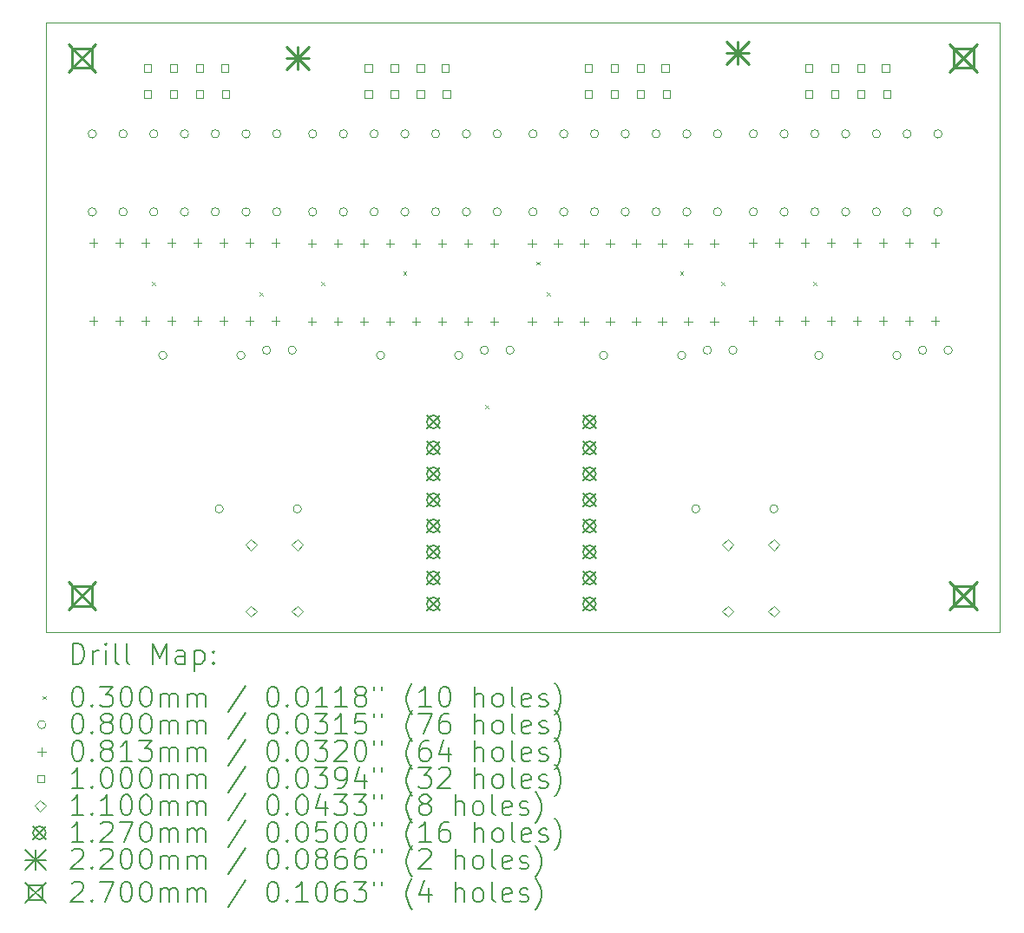
<source format=gbr>
%TF.GenerationSoftware,KiCad,Pcbnew,8.0.0*%
%TF.CreationDate,2024-03-02T12:56:41+00:00*%
%TF.ProjectId,binClock,62696e43-6c6f-4636-9b2e-6b696361645f,rev?*%
%TF.SameCoordinates,Original*%
%TF.FileFunction,Drillmap*%
%TF.FilePolarity,Positive*%
%FSLAX45Y45*%
G04 Gerber Fmt 4.5, Leading zero omitted, Abs format (unit mm)*
G04 Created by KiCad (PCBNEW 8.0.0) date 2024-03-02 12:56:41*
%MOMM*%
%LPD*%
G01*
G04 APERTURE LIST*
%ADD10C,0.050000*%
%ADD11C,0.200000*%
%ADD12C,0.100000*%
%ADD13C,0.110000*%
%ADD14C,0.127000*%
%ADD15C,0.220000*%
%ADD16C,0.270000*%
G04 APERTURE END LIST*
D10*
X10800000Y-8050000D02*
X20100000Y-8050000D01*
X20100000Y-14000000D01*
X10800000Y-14000000D01*
X10800000Y-8050000D01*
D11*
D12*
X11835000Y-10585000D02*
X11865000Y-10615000D01*
X11865000Y-10585000D02*
X11835000Y-10615000D01*
X12885000Y-10685000D02*
X12915000Y-10715000D01*
X12915000Y-10685000D02*
X12885000Y-10715000D01*
X13485000Y-10585000D02*
X13515000Y-10615000D01*
X13515000Y-10585000D02*
X13485000Y-10615000D01*
X14285000Y-10485000D02*
X14315000Y-10515000D01*
X14315000Y-10485000D02*
X14285000Y-10515000D01*
X15085000Y-11785000D02*
X15115000Y-11815000D01*
X15115000Y-11785000D02*
X15085000Y-11815000D01*
X15585000Y-10385000D02*
X15615000Y-10415000D01*
X15615000Y-10385000D02*
X15585000Y-10415000D01*
X15685000Y-10685000D02*
X15715000Y-10715000D01*
X15715000Y-10685000D02*
X15685000Y-10715000D01*
X16985000Y-10485000D02*
X17015000Y-10515000D01*
X17015000Y-10485000D02*
X16985000Y-10515000D01*
X17385000Y-10585000D02*
X17415000Y-10615000D01*
X17415000Y-10585000D02*
X17385000Y-10615000D01*
X18285000Y-10585000D02*
X18315000Y-10615000D01*
X18315000Y-10585000D02*
X18285000Y-10615000D01*
X11290000Y-9138000D02*
G75*
G02*
X11210000Y-9138000I-40000J0D01*
G01*
X11210000Y-9138000D02*
G75*
G02*
X11290000Y-9138000I40000J0D01*
G01*
X11290000Y-9900000D02*
G75*
G02*
X11210000Y-9900000I-40000J0D01*
G01*
X11210000Y-9900000D02*
G75*
G02*
X11290000Y-9900000I40000J0D01*
G01*
X11590000Y-9138000D02*
G75*
G02*
X11510000Y-9138000I-40000J0D01*
G01*
X11510000Y-9138000D02*
G75*
G02*
X11590000Y-9138000I40000J0D01*
G01*
X11590000Y-9900000D02*
G75*
G02*
X11510000Y-9900000I-40000J0D01*
G01*
X11510000Y-9900000D02*
G75*
G02*
X11590000Y-9900000I40000J0D01*
G01*
X11890000Y-9138000D02*
G75*
G02*
X11810000Y-9138000I-40000J0D01*
G01*
X11810000Y-9138000D02*
G75*
G02*
X11890000Y-9138000I40000J0D01*
G01*
X11890000Y-9900000D02*
G75*
G02*
X11810000Y-9900000I-40000J0D01*
G01*
X11810000Y-9900000D02*
G75*
G02*
X11890000Y-9900000I40000J0D01*
G01*
X11978000Y-11300000D02*
G75*
G02*
X11898000Y-11300000I-40000J0D01*
G01*
X11898000Y-11300000D02*
G75*
G02*
X11978000Y-11300000I40000J0D01*
G01*
X12190000Y-9138000D02*
G75*
G02*
X12110000Y-9138000I-40000J0D01*
G01*
X12110000Y-9138000D02*
G75*
G02*
X12190000Y-9138000I40000J0D01*
G01*
X12190000Y-9900000D02*
G75*
G02*
X12110000Y-9900000I-40000J0D01*
G01*
X12110000Y-9900000D02*
G75*
G02*
X12190000Y-9900000I40000J0D01*
G01*
X12490000Y-9138000D02*
G75*
G02*
X12410000Y-9138000I-40000J0D01*
G01*
X12410000Y-9138000D02*
G75*
G02*
X12490000Y-9138000I40000J0D01*
G01*
X12490000Y-9900000D02*
G75*
G02*
X12410000Y-9900000I-40000J0D01*
G01*
X12410000Y-9900000D02*
G75*
G02*
X12490000Y-9900000I40000J0D01*
G01*
X12528000Y-12800000D02*
G75*
G02*
X12448000Y-12800000I-40000J0D01*
G01*
X12448000Y-12800000D02*
G75*
G02*
X12528000Y-12800000I40000J0D01*
G01*
X12740000Y-11300000D02*
G75*
G02*
X12660000Y-11300000I-40000J0D01*
G01*
X12660000Y-11300000D02*
G75*
G02*
X12740000Y-11300000I40000J0D01*
G01*
X12790000Y-9138000D02*
G75*
G02*
X12710000Y-9138000I-40000J0D01*
G01*
X12710000Y-9138000D02*
G75*
G02*
X12790000Y-9138000I40000J0D01*
G01*
X12790000Y-9900000D02*
G75*
G02*
X12710000Y-9900000I-40000J0D01*
G01*
X12710000Y-9900000D02*
G75*
G02*
X12790000Y-9900000I40000J0D01*
G01*
X12990000Y-11250000D02*
G75*
G02*
X12910000Y-11250000I-40000J0D01*
G01*
X12910000Y-11250000D02*
G75*
G02*
X12990000Y-11250000I40000J0D01*
G01*
X13090000Y-9138000D02*
G75*
G02*
X13010000Y-9138000I-40000J0D01*
G01*
X13010000Y-9138000D02*
G75*
G02*
X13090000Y-9138000I40000J0D01*
G01*
X13090000Y-9900000D02*
G75*
G02*
X13010000Y-9900000I-40000J0D01*
G01*
X13010000Y-9900000D02*
G75*
G02*
X13090000Y-9900000I40000J0D01*
G01*
X13240000Y-11250000D02*
G75*
G02*
X13160000Y-11250000I-40000J0D01*
G01*
X13160000Y-11250000D02*
G75*
G02*
X13240000Y-11250000I40000J0D01*
G01*
X13290000Y-12800000D02*
G75*
G02*
X13210000Y-12800000I-40000J0D01*
G01*
X13210000Y-12800000D02*
G75*
G02*
X13290000Y-12800000I40000J0D01*
G01*
X13440000Y-9138000D02*
G75*
G02*
X13360000Y-9138000I-40000J0D01*
G01*
X13360000Y-9138000D02*
G75*
G02*
X13440000Y-9138000I40000J0D01*
G01*
X13440000Y-9900000D02*
G75*
G02*
X13360000Y-9900000I-40000J0D01*
G01*
X13360000Y-9900000D02*
G75*
G02*
X13440000Y-9900000I40000J0D01*
G01*
X13740000Y-9138000D02*
G75*
G02*
X13660000Y-9138000I-40000J0D01*
G01*
X13660000Y-9138000D02*
G75*
G02*
X13740000Y-9138000I40000J0D01*
G01*
X13740000Y-9900000D02*
G75*
G02*
X13660000Y-9900000I-40000J0D01*
G01*
X13660000Y-9900000D02*
G75*
G02*
X13740000Y-9900000I40000J0D01*
G01*
X14040000Y-9138000D02*
G75*
G02*
X13960000Y-9138000I-40000J0D01*
G01*
X13960000Y-9138000D02*
G75*
G02*
X14040000Y-9138000I40000J0D01*
G01*
X14040000Y-9900000D02*
G75*
G02*
X13960000Y-9900000I-40000J0D01*
G01*
X13960000Y-9900000D02*
G75*
G02*
X14040000Y-9900000I40000J0D01*
G01*
X14103000Y-11300000D02*
G75*
G02*
X14023000Y-11300000I-40000J0D01*
G01*
X14023000Y-11300000D02*
G75*
G02*
X14103000Y-11300000I40000J0D01*
G01*
X14340000Y-9138000D02*
G75*
G02*
X14260000Y-9138000I-40000J0D01*
G01*
X14260000Y-9138000D02*
G75*
G02*
X14340000Y-9138000I40000J0D01*
G01*
X14340000Y-9900000D02*
G75*
G02*
X14260000Y-9900000I-40000J0D01*
G01*
X14260000Y-9900000D02*
G75*
G02*
X14340000Y-9900000I40000J0D01*
G01*
X14640000Y-9138000D02*
G75*
G02*
X14560000Y-9138000I-40000J0D01*
G01*
X14560000Y-9138000D02*
G75*
G02*
X14640000Y-9138000I40000J0D01*
G01*
X14640000Y-9900000D02*
G75*
G02*
X14560000Y-9900000I-40000J0D01*
G01*
X14560000Y-9900000D02*
G75*
G02*
X14640000Y-9900000I40000J0D01*
G01*
X14865000Y-11300000D02*
G75*
G02*
X14785000Y-11300000I-40000J0D01*
G01*
X14785000Y-11300000D02*
G75*
G02*
X14865000Y-11300000I40000J0D01*
G01*
X14940000Y-9138000D02*
G75*
G02*
X14860000Y-9138000I-40000J0D01*
G01*
X14860000Y-9138000D02*
G75*
G02*
X14940000Y-9138000I40000J0D01*
G01*
X14940000Y-9900000D02*
G75*
G02*
X14860000Y-9900000I-40000J0D01*
G01*
X14860000Y-9900000D02*
G75*
G02*
X14940000Y-9900000I40000J0D01*
G01*
X15115000Y-11250000D02*
G75*
G02*
X15035000Y-11250000I-40000J0D01*
G01*
X15035000Y-11250000D02*
G75*
G02*
X15115000Y-11250000I40000J0D01*
G01*
X15240000Y-9138000D02*
G75*
G02*
X15160000Y-9138000I-40000J0D01*
G01*
X15160000Y-9138000D02*
G75*
G02*
X15240000Y-9138000I40000J0D01*
G01*
X15240000Y-9900000D02*
G75*
G02*
X15160000Y-9900000I-40000J0D01*
G01*
X15160000Y-9900000D02*
G75*
G02*
X15240000Y-9900000I40000J0D01*
G01*
X15365000Y-11250000D02*
G75*
G02*
X15285000Y-11250000I-40000J0D01*
G01*
X15285000Y-11250000D02*
G75*
G02*
X15365000Y-11250000I40000J0D01*
G01*
X15590000Y-9138000D02*
G75*
G02*
X15510000Y-9138000I-40000J0D01*
G01*
X15510000Y-9138000D02*
G75*
G02*
X15590000Y-9138000I40000J0D01*
G01*
X15590000Y-9900000D02*
G75*
G02*
X15510000Y-9900000I-40000J0D01*
G01*
X15510000Y-9900000D02*
G75*
G02*
X15590000Y-9900000I40000J0D01*
G01*
X15890000Y-9138000D02*
G75*
G02*
X15810000Y-9138000I-40000J0D01*
G01*
X15810000Y-9138000D02*
G75*
G02*
X15890000Y-9138000I40000J0D01*
G01*
X15890000Y-9900000D02*
G75*
G02*
X15810000Y-9900000I-40000J0D01*
G01*
X15810000Y-9900000D02*
G75*
G02*
X15890000Y-9900000I40000J0D01*
G01*
X16190000Y-9138000D02*
G75*
G02*
X16110000Y-9138000I-40000J0D01*
G01*
X16110000Y-9138000D02*
G75*
G02*
X16190000Y-9138000I40000J0D01*
G01*
X16190000Y-9900000D02*
G75*
G02*
X16110000Y-9900000I-40000J0D01*
G01*
X16110000Y-9900000D02*
G75*
G02*
X16190000Y-9900000I40000J0D01*
G01*
X16278000Y-11300000D02*
G75*
G02*
X16198000Y-11300000I-40000J0D01*
G01*
X16198000Y-11300000D02*
G75*
G02*
X16278000Y-11300000I40000J0D01*
G01*
X16490000Y-9138000D02*
G75*
G02*
X16410000Y-9138000I-40000J0D01*
G01*
X16410000Y-9138000D02*
G75*
G02*
X16490000Y-9138000I40000J0D01*
G01*
X16490000Y-9900000D02*
G75*
G02*
X16410000Y-9900000I-40000J0D01*
G01*
X16410000Y-9900000D02*
G75*
G02*
X16490000Y-9900000I40000J0D01*
G01*
X16790000Y-9138000D02*
G75*
G02*
X16710000Y-9138000I-40000J0D01*
G01*
X16710000Y-9138000D02*
G75*
G02*
X16790000Y-9138000I40000J0D01*
G01*
X16790000Y-9900000D02*
G75*
G02*
X16710000Y-9900000I-40000J0D01*
G01*
X16710000Y-9900000D02*
G75*
G02*
X16790000Y-9900000I40000J0D01*
G01*
X17040000Y-11300000D02*
G75*
G02*
X16960000Y-11300000I-40000J0D01*
G01*
X16960000Y-11300000D02*
G75*
G02*
X17040000Y-11300000I40000J0D01*
G01*
X17090000Y-9138000D02*
G75*
G02*
X17010000Y-9138000I-40000J0D01*
G01*
X17010000Y-9138000D02*
G75*
G02*
X17090000Y-9138000I40000J0D01*
G01*
X17090000Y-9900000D02*
G75*
G02*
X17010000Y-9900000I-40000J0D01*
G01*
X17010000Y-9900000D02*
G75*
G02*
X17090000Y-9900000I40000J0D01*
G01*
X17178000Y-12800000D02*
G75*
G02*
X17098000Y-12800000I-40000J0D01*
G01*
X17098000Y-12800000D02*
G75*
G02*
X17178000Y-12800000I40000J0D01*
G01*
X17290000Y-11250000D02*
G75*
G02*
X17210000Y-11250000I-40000J0D01*
G01*
X17210000Y-11250000D02*
G75*
G02*
X17290000Y-11250000I40000J0D01*
G01*
X17390000Y-9138000D02*
G75*
G02*
X17310000Y-9138000I-40000J0D01*
G01*
X17310000Y-9138000D02*
G75*
G02*
X17390000Y-9138000I40000J0D01*
G01*
X17390000Y-9900000D02*
G75*
G02*
X17310000Y-9900000I-40000J0D01*
G01*
X17310000Y-9900000D02*
G75*
G02*
X17390000Y-9900000I40000J0D01*
G01*
X17540000Y-11250000D02*
G75*
G02*
X17460000Y-11250000I-40000J0D01*
G01*
X17460000Y-11250000D02*
G75*
G02*
X17540000Y-11250000I40000J0D01*
G01*
X17740000Y-9138000D02*
G75*
G02*
X17660000Y-9138000I-40000J0D01*
G01*
X17660000Y-9138000D02*
G75*
G02*
X17740000Y-9138000I40000J0D01*
G01*
X17740000Y-9900000D02*
G75*
G02*
X17660000Y-9900000I-40000J0D01*
G01*
X17660000Y-9900000D02*
G75*
G02*
X17740000Y-9900000I40000J0D01*
G01*
X17940000Y-12800000D02*
G75*
G02*
X17860000Y-12800000I-40000J0D01*
G01*
X17860000Y-12800000D02*
G75*
G02*
X17940000Y-12800000I40000J0D01*
G01*
X18040000Y-9138000D02*
G75*
G02*
X17960000Y-9138000I-40000J0D01*
G01*
X17960000Y-9138000D02*
G75*
G02*
X18040000Y-9138000I40000J0D01*
G01*
X18040000Y-9900000D02*
G75*
G02*
X17960000Y-9900000I-40000J0D01*
G01*
X17960000Y-9900000D02*
G75*
G02*
X18040000Y-9900000I40000J0D01*
G01*
X18340000Y-9138000D02*
G75*
G02*
X18260000Y-9138000I-40000J0D01*
G01*
X18260000Y-9138000D02*
G75*
G02*
X18340000Y-9138000I40000J0D01*
G01*
X18340000Y-9900000D02*
G75*
G02*
X18260000Y-9900000I-40000J0D01*
G01*
X18260000Y-9900000D02*
G75*
G02*
X18340000Y-9900000I40000J0D01*
G01*
X18378000Y-11300000D02*
G75*
G02*
X18298000Y-11300000I-40000J0D01*
G01*
X18298000Y-11300000D02*
G75*
G02*
X18378000Y-11300000I40000J0D01*
G01*
X18640000Y-9138000D02*
G75*
G02*
X18560000Y-9138000I-40000J0D01*
G01*
X18560000Y-9138000D02*
G75*
G02*
X18640000Y-9138000I40000J0D01*
G01*
X18640000Y-9900000D02*
G75*
G02*
X18560000Y-9900000I-40000J0D01*
G01*
X18560000Y-9900000D02*
G75*
G02*
X18640000Y-9900000I40000J0D01*
G01*
X18940000Y-9138000D02*
G75*
G02*
X18860000Y-9138000I-40000J0D01*
G01*
X18860000Y-9138000D02*
G75*
G02*
X18940000Y-9138000I40000J0D01*
G01*
X18940000Y-9900000D02*
G75*
G02*
X18860000Y-9900000I-40000J0D01*
G01*
X18860000Y-9900000D02*
G75*
G02*
X18940000Y-9900000I40000J0D01*
G01*
X19140000Y-11300000D02*
G75*
G02*
X19060000Y-11300000I-40000J0D01*
G01*
X19060000Y-11300000D02*
G75*
G02*
X19140000Y-11300000I40000J0D01*
G01*
X19240000Y-9138000D02*
G75*
G02*
X19160000Y-9138000I-40000J0D01*
G01*
X19160000Y-9138000D02*
G75*
G02*
X19240000Y-9138000I40000J0D01*
G01*
X19240000Y-9900000D02*
G75*
G02*
X19160000Y-9900000I-40000J0D01*
G01*
X19160000Y-9900000D02*
G75*
G02*
X19240000Y-9900000I40000J0D01*
G01*
X19390000Y-11250000D02*
G75*
G02*
X19310000Y-11250000I-40000J0D01*
G01*
X19310000Y-11250000D02*
G75*
G02*
X19390000Y-11250000I40000J0D01*
G01*
X19540000Y-9138000D02*
G75*
G02*
X19460000Y-9138000I-40000J0D01*
G01*
X19460000Y-9138000D02*
G75*
G02*
X19540000Y-9138000I40000J0D01*
G01*
X19540000Y-9900000D02*
G75*
G02*
X19460000Y-9900000I-40000J0D01*
G01*
X19460000Y-9900000D02*
G75*
G02*
X19540000Y-9900000I40000J0D01*
G01*
X19640000Y-11250000D02*
G75*
G02*
X19560000Y-11250000I-40000J0D01*
G01*
X19560000Y-11250000D02*
G75*
G02*
X19640000Y-11250000I40000J0D01*
G01*
X11261000Y-10159360D02*
X11261000Y-10240640D01*
X11220360Y-10200000D02*
X11301640Y-10200000D01*
X11261000Y-10921360D02*
X11261000Y-11002640D01*
X11220360Y-10962000D02*
X11301640Y-10962000D01*
X11515000Y-10159360D02*
X11515000Y-10240640D01*
X11474360Y-10200000D02*
X11555640Y-10200000D01*
X11515000Y-10921360D02*
X11515000Y-11002640D01*
X11474360Y-10962000D02*
X11555640Y-10962000D01*
X11769000Y-10159360D02*
X11769000Y-10240640D01*
X11728360Y-10200000D02*
X11809640Y-10200000D01*
X11769000Y-10921360D02*
X11769000Y-11002640D01*
X11728360Y-10962000D02*
X11809640Y-10962000D01*
X12023000Y-10159360D02*
X12023000Y-10240640D01*
X11982360Y-10200000D02*
X12063640Y-10200000D01*
X12023000Y-10921360D02*
X12023000Y-11002640D01*
X11982360Y-10962000D02*
X12063640Y-10962000D01*
X12277000Y-10159360D02*
X12277000Y-10240640D01*
X12236360Y-10200000D02*
X12317640Y-10200000D01*
X12277000Y-10921360D02*
X12277000Y-11002640D01*
X12236360Y-10962000D02*
X12317640Y-10962000D01*
X12531000Y-10159360D02*
X12531000Y-10240640D01*
X12490360Y-10200000D02*
X12571640Y-10200000D01*
X12531000Y-10921360D02*
X12531000Y-11002640D01*
X12490360Y-10962000D02*
X12571640Y-10962000D01*
X12785000Y-10159360D02*
X12785000Y-10240640D01*
X12744360Y-10200000D02*
X12825640Y-10200000D01*
X12785000Y-10921360D02*
X12785000Y-11002640D01*
X12744360Y-10962000D02*
X12825640Y-10962000D01*
X13039000Y-10159360D02*
X13039000Y-10240640D01*
X12998360Y-10200000D02*
X13079640Y-10200000D01*
X13039000Y-10921360D02*
X13039000Y-11002640D01*
X12998360Y-10962000D02*
X13079640Y-10962000D01*
X13392000Y-10166360D02*
X13392000Y-10247640D01*
X13351360Y-10207000D02*
X13432640Y-10207000D01*
X13392000Y-10928360D02*
X13392000Y-11009640D01*
X13351360Y-10969000D02*
X13432640Y-10969000D01*
X13646000Y-10166360D02*
X13646000Y-10247640D01*
X13605360Y-10207000D02*
X13686640Y-10207000D01*
X13646000Y-10928360D02*
X13646000Y-11009640D01*
X13605360Y-10969000D02*
X13686640Y-10969000D01*
X13900000Y-10166360D02*
X13900000Y-10247640D01*
X13859360Y-10207000D02*
X13940640Y-10207000D01*
X13900000Y-10928360D02*
X13900000Y-11009640D01*
X13859360Y-10969000D02*
X13940640Y-10969000D01*
X14154000Y-10166360D02*
X14154000Y-10247640D01*
X14113360Y-10207000D02*
X14194640Y-10207000D01*
X14154000Y-10928360D02*
X14154000Y-11009640D01*
X14113360Y-10969000D02*
X14194640Y-10969000D01*
X14408000Y-10166360D02*
X14408000Y-10247640D01*
X14367360Y-10207000D02*
X14448640Y-10207000D01*
X14408000Y-10928360D02*
X14408000Y-11009640D01*
X14367360Y-10969000D02*
X14448640Y-10969000D01*
X14662000Y-10166360D02*
X14662000Y-10247640D01*
X14621360Y-10207000D02*
X14702640Y-10207000D01*
X14662000Y-10928360D02*
X14662000Y-11009640D01*
X14621360Y-10969000D02*
X14702640Y-10969000D01*
X14916000Y-10166360D02*
X14916000Y-10247640D01*
X14875360Y-10207000D02*
X14956640Y-10207000D01*
X14916000Y-10928360D02*
X14916000Y-11009640D01*
X14875360Y-10969000D02*
X14956640Y-10969000D01*
X15170000Y-10166360D02*
X15170000Y-10247640D01*
X15129360Y-10207000D02*
X15210640Y-10207000D01*
X15170000Y-10928360D02*
X15170000Y-11009640D01*
X15129360Y-10969000D02*
X15210640Y-10969000D01*
X15542000Y-10166360D02*
X15542000Y-10247640D01*
X15501360Y-10207000D02*
X15582640Y-10207000D01*
X15542000Y-10928360D02*
X15542000Y-11009640D01*
X15501360Y-10969000D02*
X15582640Y-10969000D01*
X15796000Y-10166360D02*
X15796000Y-10247640D01*
X15755360Y-10207000D02*
X15836640Y-10207000D01*
X15796000Y-10928360D02*
X15796000Y-11009640D01*
X15755360Y-10969000D02*
X15836640Y-10969000D01*
X16050000Y-10166360D02*
X16050000Y-10247640D01*
X16009360Y-10207000D02*
X16090640Y-10207000D01*
X16050000Y-10928360D02*
X16050000Y-11009640D01*
X16009360Y-10969000D02*
X16090640Y-10969000D01*
X16304000Y-10166360D02*
X16304000Y-10247640D01*
X16263360Y-10207000D02*
X16344640Y-10207000D01*
X16304000Y-10928360D02*
X16304000Y-11009640D01*
X16263360Y-10969000D02*
X16344640Y-10969000D01*
X16558000Y-10166360D02*
X16558000Y-10247640D01*
X16517360Y-10207000D02*
X16598640Y-10207000D01*
X16558000Y-10928360D02*
X16558000Y-11009640D01*
X16517360Y-10969000D02*
X16598640Y-10969000D01*
X16812000Y-10166360D02*
X16812000Y-10247640D01*
X16771360Y-10207000D02*
X16852640Y-10207000D01*
X16812000Y-10928360D02*
X16812000Y-11009640D01*
X16771360Y-10969000D02*
X16852640Y-10969000D01*
X17066000Y-10166360D02*
X17066000Y-10247640D01*
X17025360Y-10207000D02*
X17106640Y-10207000D01*
X17066000Y-10928360D02*
X17066000Y-11009640D01*
X17025360Y-10969000D02*
X17106640Y-10969000D01*
X17320000Y-10166360D02*
X17320000Y-10247640D01*
X17279360Y-10207000D02*
X17360640Y-10207000D01*
X17320000Y-10928360D02*
X17320000Y-11009640D01*
X17279360Y-10969000D02*
X17360640Y-10969000D01*
X17696000Y-10159360D02*
X17696000Y-10240640D01*
X17655360Y-10200000D02*
X17736640Y-10200000D01*
X17696000Y-10921360D02*
X17696000Y-11002640D01*
X17655360Y-10962000D02*
X17736640Y-10962000D01*
X17950000Y-10159360D02*
X17950000Y-10240640D01*
X17909360Y-10200000D02*
X17990640Y-10200000D01*
X17950000Y-10921360D02*
X17950000Y-11002640D01*
X17909360Y-10962000D02*
X17990640Y-10962000D01*
X18204000Y-10159360D02*
X18204000Y-10240640D01*
X18163360Y-10200000D02*
X18244640Y-10200000D01*
X18204000Y-10921360D02*
X18204000Y-11002640D01*
X18163360Y-10962000D02*
X18244640Y-10962000D01*
X18458000Y-10159360D02*
X18458000Y-10240640D01*
X18417360Y-10200000D02*
X18498640Y-10200000D01*
X18458000Y-10921360D02*
X18458000Y-11002640D01*
X18417360Y-10962000D02*
X18498640Y-10962000D01*
X18712000Y-10159360D02*
X18712000Y-10240640D01*
X18671360Y-10200000D02*
X18752640Y-10200000D01*
X18712000Y-10921360D02*
X18712000Y-11002640D01*
X18671360Y-10962000D02*
X18752640Y-10962000D01*
X18966000Y-10159360D02*
X18966000Y-10240640D01*
X18925360Y-10200000D02*
X19006640Y-10200000D01*
X18966000Y-10921360D02*
X18966000Y-11002640D01*
X18925360Y-10962000D02*
X19006640Y-10962000D01*
X19220000Y-10159360D02*
X19220000Y-10240640D01*
X19179360Y-10200000D02*
X19260640Y-10200000D01*
X19220000Y-10921360D02*
X19220000Y-11002640D01*
X19179360Y-10962000D02*
X19260640Y-10962000D01*
X19474000Y-10159360D02*
X19474000Y-10240640D01*
X19433360Y-10200000D02*
X19514640Y-10200000D01*
X19474000Y-10921360D02*
X19474000Y-11002640D01*
X19433360Y-10962000D02*
X19514640Y-10962000D01*
X11825356Y-8532356D02*
X11825356Y-8461644D01*
X11754644Y-8461644D01*
X11754644Y-8532356D01*
X11825356Y-8532356D01*
X11825356Y-8786356D02*
X11825356Y-8715644D01*
X11754644Y-8715644D01*
X11754644Y-8786356D01*
X11825356Y-8786356D01*
X12079356Y-8532356D02*
X12079356Y-8461644D01*
X12008644Y-8461644D01*
X12008644Y-8532356D01*
X12079356Y-8532356D01*
X12079356Y-8786356D02*
X12079356Y-8715644D01*
X12008644Y-8715644D01*
X12008644Y-8786356D01*
X12079356Y-8786356D01*
X12333356Y-8532356D02*
X12333356Y-8461644D01*
X12262644Y-8461644D01*
X12262644Y-8532356D01*
X12333356Y-8532356D01*
X12333356Y-8786356D02*
X12333356Y-8715644D01*
X12262644Y-8715644D01*
X12262644Y-8786356D01*
X12333356Y-8786356D01*
X12575356Y-8532356D02*
X12575356Y-8461644D01*
X12504644Y-8461644D01*
X12504644Y-8532356D01*
X12575356Y-8532356D01*
X12587356Y-8786356D02*
X12587356Y-8715644D01*
X12516644Y-8715644D01*
X12516644Y-8786356D01*
X12587356Y-8786356D01*
X13979356Y-8532356D02*
X13979356Y-8461644D01*
X13908644Y-8461644D01*
X13908644Y-8532356D01*
X13979356Y-8532356D01*
X13979356Y-8786356D02*
X13979356Y-8715644D01*
X13908644Y-8715644D01*
X13908644Y-8786356D01*
X13979356Y-8786356D01*
X14233356Y-8532356D02*
X14233356Y-8461644D01*
X14162644Y-8461644D01*
X14162644Y-8532356D01*
X14233356Y-8532356D01*
X14233356Y-8786356D02*
X14233356Y-8715644D01*
X14162644Y-8715644D01*
X14162644Y-8786356D01*
X14233356Y-8786356D01*
X14487356Y-8532356D02*
X14487356Y-8461644D01*
X14416644Y-8461644D01*
X14416644Y-8532356D01*
X14487356Y-8532356D01*
X14487356Y-8786356D02*
X14487356Y-8715644D01*
X14416644Y-8715644D01*
X14416644Y-8786356D01*
X14487356Y-8786356D01*
X14729356Y-8532356D02*
X14729356Y-8461644D01*
X14658644Y-8461644D01*
X14658644Y-8532356D01*
X14729356Y-8532356D01*
X14741356Y-8786356D02*
X14741356Y-8715644D01*
X14670644Y-8715644D01*
X14670644Y-8786356D01*
X14741356Y-8786356D01*
X16125356Y-8532356D02*
X16125356Y-8461644D01*
X16054644Y-8461644D01*
X16054644Y-8532356D01*
X16125356Y-8532356D01*
X16125356Y-8786356D02*
X16125356Y-8715644D01*
X16054644Y-8715644D01*
X16054644Y-8786356D01*
X16125356Y-8786356D01*
X16379356Y-8532356D02*
X16379356Y-8461644D01*
X16308644Y-8461644D01*
X16308644Y-8532356D01*
X16379356Y-8532356D01*
X16379356Y-8786356D02*
X16379356Y-8715644D01*
X16308644Y-8715644D01*
X16308644Y-8786356D01*
X16379356Y-8786356D01*
X16633356Y-8532356D02*
X16633356Y-8461644D01*
X16562644Y-8461644D01*
X16562644Y-8532356D01*
X16633356Y-8532356D01*
X16633356Y-8786356D02*
X16633356Y-8715644D01*
X16562644Y-8715644D01*
X16562644Y-8786356D01*
X16633356Y-8786356D01*
X16875356Y-8532356D02*
X16875356Y-8461644D01*
X16804644Y-8461644D01*
X16804644Y-8532356D01*
X16875356Y-8532356D01*
X16887356Y-8786356D02*
X16887356Y-8715644D01*
X16816644Y-8715644D01*
X16816644Y-8786356D01*
X16887356Y-8786356D01*
X18275356Y-8532356D02*
X18275356Y-8461644D01*
X18204644Y-8461644D01*
X18204644Y-8532356D01*
X18275356Y-8532356D01*
X18275356Y-8786356D02*
X18275356Y-8715644D01*
X18204644Y-8715644D01*
X18204644Y-8786356D01*
X18275356Y-8786356D01*
X18529356Y-8532356D02*
X18529356Y-8461644D01*
X18458644Y-8461644D01*
X18458644Y-8532356D01*
X18529356Y-8532356D01*
X18529356Y-8786356D02*
X18529356Y-8715644D01*
X18458644Y-8715644D01*
X18458644Y-8786356D01*
X18529356Y-8786356D01*
X18783356Y-8532356D02*
X18783356Y-8461644D01*
X18712644Y-8461644D01*
X18712644Y-8532356D01*
X18783356Y-8532356D01*
X18783356Y-8786356D02*
X18783356Y-8715644D01*
X18712644Y-8715644D01*
X18712644Y-8786356D01*
X18783356Y-8786356D01*
X19025356Y-8532356D02*
X19025356Y-8461644D01*
X18954644Y-8461644D01*
X18954644Y-8532356D01*
X19025356Y-8532356D01*
X19037356Y-8786356D02*
X19037356Y-8715644D01*
X18966644Y-8715644D01*
X18966644Y-8786356D01*
X19037356Y-8786356D01*
D13*
X12800000Y-13205000D02*
X12855000Y-13150000D01*
X12800000Y-13095000D01*
X12745000Y-13150000D01*
X12800000Y-13205000D01*
X12800000Y-13855000D02*
X12855000Y-13800000D01*
X12800000Y-13745000D01*
X12745000Y-13800000D01*
X12800000Y-13855000D01*
X13250000Y-13205000D02*
X13305000Y-13150000D01*
X13250000Y-13095000D01*
X13195000Y-13150000D01*
X13250000Y-13205000D01*
X13250000Y-13855000D02*
X13305000Y-13800000D01*
X13250000Y-13745000D01*
X13195000Y-13800000D01*
X13250000Y-13855000D01*
X17450000Y-13205000D02*
X17505000Y-13150000D01*
X17450000Y-13095000D01*
X17395000Y-13150000D01*
X17450000Y-13205000D01*
X17450000Y-13855000D02*
X17505000Y-13800000D01*
X17450000Y-13745000D01*
X17395000Y-13800000D01*
X17450000Y-13855000D01*
X17900000Y-13205000D02*
X17955000Y-13150000D01*
X17900000Y-13095000D01*
X17845000Y-13150000D01*
X17900000Y-13205000D01*
X17900000Y-13855000D02*
X17955000Y-13800000D01*
X17900000Y-13745000D01*
X17845000Y-13800000D01*
X17900000Y-13855000D01*
D14*
X14512500Y-11886500D02*
X14639500Y-12013500D01*
X14639500Y-11886500D02*
X14512500Y-12013500D01*
X14639500Y-11950000D02*
G75*
G02*
X14512500Y-11950000I-63500J0D01*
G01*
X14512500Y-11950000D02*
G75*
G02*
X14639500Y-11950000I63500J0D01*
G01*
X14512500Y-12140500D02*
X14639500Y-12267500D01*
X14639500Y-12140500D02*
X14512500Y-12267500D01*
X14639500Y-12204000D02*
G75*
G02*
X14512500Y-12204000I-63500J0D01*
G01*
X14512500Y-12204000D02*
G75*
G02*
X14639500Y-12204000I63500J0D01*
G01*
X14512500Y-12394500D02*
X14639500Y-12521500D01*
X14639500Y-12394500D02*
X14512500Y-12521500D01*
X14639500Y-12458000D02*
G75*
G02*
X14512500Y-12458000I-63500J0D01*
G01*
X14512500Y-12458000D02*
G75*
G02*
X14639500Y-12458000I63500J0D01*
G01*
X14512500Y-12648500D02*
X14639500Y-12775500D01*
X14639500Y-12648500D02*
X14512500Y-12775500D01*
X14639500Y-12712000D02*
G75*
G02*
X14512500Y-12712000I-63500J0D01*
G01*
X14512500Y-12712000D02*
G75*
G02*
X14639500Y-12712000I63500J0D01*
G01*
X14512500Y-12902500D02*
X14639500Y-13029500D01*
X14639500Y-12902500D02*
X14512500Y-13029500D01*
X14639500Y-12966000D02*
G75*
G02*
X14512500Y-12966000I-63500J0D01*
G01*
X14512500Y-12966000D02*
G75*
G02*
X14639500Y-12966000I63500J0D01*
G01*
X14512500Y-13156500D02*
X14639500Y-13283500D01*
X14639500Y-13156500D02*
X14512500Y-13283500D01*
X14639500Y-13220000D02*
G75*
G02*
X14512500Y-13220000I-63500J0D01*
G01*
X14512500Y-13220000D02*
G75*
G02*
X14639500Y-13220000I63500J0D01*
G01*
X14512500Y-13410500D02*
X14639500Y-13537500D01*
X14639500Y-13410500D02*
X14512500Y-13537500D01*
X14639500Y-13474000D02*
G75*
G02*
X14512500Y-13474000I-63500J0D01*
G01*
X14512500Y-13474000D02*
G75*
G02*
X14639500Y-13474000I63500J0D01*
G01*
X14512500Y-13664500D02*
X14639500Y-13791500D01*
X14639500Y-13664500D02*
X14512500Y-13791500D01*
X14639500Y-13728000D02*
G75*
G02*
X14512500Y-13728000I-63500J0D01*
G01*
X14512500Y-13728000D02*
G75*
G02*
X14639500Y-13728000I63500J0D01*
G01*
X16036500Y-11886500D02*
X16163500Y-12013500D01*
X16163500Y-11886500D02*
X16036500Y-12013500D01*
X16163500Y-11950000D02*
G75*
G02*
X16036500Y-11950000I-63500J0D01*
G01*
X16036500Y-11950000D02*
G75*
G02*
X16163500Y-11950000I63500J0D01*
G01*
X16036500Y-12140500D02*
X16163500Y-12267500D01*
X16163500Y-12140500D02*
X16036500Y-12267500D01*
X16163500Y-12204000D02*
G75*
G02*
X16036500Y-12204000I-63500J0D01*
G01*
X16036500Y-12204000D02*
G75*
G02*
X16163500Y-12204000I63500J0D01*
G01*
X16036500Y-12394500D02*
X16163500Y-12521500D01*
X16163500Y-12394500D02*
X16036500Y-12521500D01*
X16163500Y-12458000D02*
G75*
G02*
X16036500Y-12458000I-63500J0D01*
G01*
X16036500Y-12458000D02*
G75*
G02*
X16163500Y-12458000I63500J0D01*
G01*
X16036500Y-12648500D02*
X16163500Y-12775500D01*
X16163500Y-12648500D02*
X16036500Y-12775500D01*
X16163500Y-12712000D02*
G75*
G02*
X16036500Y-12712000I-63500J0D01*
G01*
X16036500Y-12712000D02*
G75*
G02*
X16163500Y-12712000I63500J0D01*
G01*
X16036500Y-12902500D02*
X16163500Y-13029500D01*
X16163500Y-12902500D02*
X16036500Y-13029500D01*
X16163500Y-12966000D02*
G75*
G02*
X16036500Y-12966000I-63500J0D01*
G01*
X16036500Y-12966000D02*
G75*
G02*
X16163500Y-12966000I63500J0D01*
G01*
X16036500Y-13156500D02*
X16163500Y-13283500D01*
X16163500Y-13156500D02*
X16036500Y-13283500D01*
X16163500Y-13220000D02*
G75*
G02*
X16036500Y-13220000I-63500J0D01*
G01*
X16036500Y-13220000D02*
G75*
G02*
X16163500Y-13220000I63500J0D01*
G01*
X16036500Y-13410500D02*
X16163500Y-13537500D01*
X16163500Y-13410500D02*
X16036500Y-13537500D01*
X16163500Y-13474000D02*
G75*
G02*
X16036500Y-13474000I-63500J0D01*
G01*
X16036500Y-13474000D02*
G75*
G02*
X16163500Y-13474000I63500J0D01*
G01*
X16036500Y-13664500D02*
X16163500Y-13791500D01*
X16163500Y-13664500D02*
X16036500Y-13791500D01*
X16163500Y-13728000D02*
G75*
G02*
X16036500Y-13728000I-63500J0D01*
G01*
X16036500Y-13728000D02*
G75*
G02*
X16163500Y-13728000I63500J0D01*
G01*
D15*
X13140000Y-8290000D02*
X13360000Y-8510000D01*
X13360000Y-8290000D02*
X13140000Y-8510000D01*
X13250000Y-8290000D02*
X13250000Y-8510000D01*
X13140000Y-8400000D02*
X13360000Y-8400000D01*
X17440000Y-8240000D02*
X17660000Y-8460000D01*
X17660000Y-8240000D02*
X17440000Y-8460000D01*
X17550000Y-8240000D02*
X17550000Y-8460000D01*
X17440000Y-8350000D02*
X17660000Y-8350000D01*
D16*
X11015000Y-8265000D02*
X11285000Y-8535000D01*
X11285000Y-8265000D02*
X11015000Y-8535000D01*
X11245460Y-8495460D02*
X11245460Y-8304540D01*
X11054540Y-8304540D01*
X11054540Y-8495460D01*
X11245460Y-8495460D01*
X11015000Y-13515000D02*
X11285000Y-13785000D01*
X11285000Y-13515000D02*
X11015000Y-13785000D01*
X11245460Y-13745460D02*
X11245460Y-13554540D01*
X11054540Y-13554540D01*
X11054540Y-13745460D01*
X11245460Y-13745460D01*
X19615000Y-8265000D02*
X19885000Y-8535000D01*
X19885000Y-8265000D02*
X19615000Y-8535000D01*
X19845460Y-8495460D02*
X19845460Y-8304540D01*
X19654540Y-8304540D01*
X19654540Y-8495460D01*
X19845460Y-8495460D01*
X19615000Y-13515000D02*
X19885000Y-13785000D01*
X19885000Y-13515000D02*
X19615000Y-13785000D01*
X19845460Y-13745460D02*
X19845460Y-13554540D01*
X19654540Y-13554540D01*
X19654540Y-13745460D01*
X19845460Y-13745460D01*
D11*
X11058277Y-14313984D02*
X11058277Y-14113984D01*
X11058277Y-14113984D02*
X11105896Y-14113984D01*
X11105896Y-14113984D02*
X11134467Y-14123508D01*
X11134467Y-14123508D02*
X11153515Y-14142555D01*
X11153515Y-14142555D02*
X11163039Y-14161603D01*
X11163039Y-14161603D02*
X11172563Y-14199698D01*
X11172563Y-14199698D02*
X11172563Y-14228269D01*
X11172563Y-14228269D02*
X11163039Y-14266365D01*
X11163039Y-14266365D02*
X11153515Y-14285412D01*
X11153515Y-14285412D02*
X11134467Y-14304460D01*
X11134467Y-14304460D02*
X11105896Y-14313984D01*
X11105896Y-14313984D02*
X11058277Y-14313984D01*
X11258277Y-14313984D02*
X11258277Y-14180650D01*
X11258277Y-14218746D02*
X11267801Y-14199698D01*
X11267801Y-14199698D02*
X11277324Y-14190174D01*
X11277324Y-14190174D02*
X11296372Y-14180650D01*
X11296372Y-14180650D02*
X11315420Y-14180650D01*
X11382086Y-14313984D02*
X11382086Y-14180650D01*
X11382086Y-14113984D02*
X11372562Y-14123508D01*
X11372562Y-14123508D02*
X11382086Y-14133031D01*
X11382086Y-14133031D02*
X11391610Y-14123508D01*
X11391610Y-14123508D02*
X11382086Y-14113984D01*
X11382086Y-14113984D02*
X11382086Y-14133031D01*
X11505896Y-14313984D02*
X11486848Y-14304460D01*
X11486848Y-14304460D02*
X11477324Y-14285412D01*
X11477324Y-14285412D02*
X11477324Y-14113984D01*
X11610658Y-14313984D02*
X11591610Y-14304460D01*
X11591610Y-14304460D02*
X11582086Y-14285412D01*
X11582086Y-14285412D02*
X11582086Y-14113984D01*
X11839229Y-14313984D02*
X11839229Y-14113984D01*
X11839229Y-14113984D02*
X11905896Y-14256841D01*
X11905896Y-14256841D02*
X11972562Y-14113984D01*
X11972562Y-14113984D02*
X11972562Y-14313984D01*
X12153515Y-14313984D02*
X12153515Y-14209222D01*
X12153515Y-14209222D02*
X12143991Y-14190174D01*
X12143991Y-14190174D02*
X12124943Y-14180650D01*
X12124943Y-14180650D02*
X12086848Y-14180650D01*
X12086848Y-14180650D02*
X12067801Y-14190174D01*
X12153515Y-14304460D02*
X12134467Y-14313984D01*
X12134467Y-14313984D02*
X12086848Y-14313984D01*
X12086848Y-14313984D02*
X12067801Y-14304460D01*
X12067801Y-14304460D02*
X12058277Y-14285412D01*
X12058277Y-14285412D02*
X12058277Y-14266365D01*
X12058277Y-14266365D02*
X12067801Y-14247317D01*
X12067801Y-14247317D02*
X12086848Y-14237793D01*
X12086848Y-14237793D02*
X12134467Y-14237793D01*
X12134467Y-14237793D02*
X12153515Y-14228269D01*
X12248753Y-14180650D02*
X12248753Y-14380650D01*
X12248753Y-14190174D02*
X12267801Y-14180650D01*
X12267801Y-14180650D02*
X12305896Y-14180650D01*
X12305896Y-14180650D02*
X12324943Y-14190174D01*
X12324943Y-14190174D02*
X12334467Y-14199698D01*
X12334467Y-14199698D02*
X12343991Y-14218746D01*
X12343991Y-14218746D02*
X12343991Y-14275888D01*
X12343991Y-14275888D02*
X12334467Y-14294936D01*
X12334467Y-14294936D02*
X12324943Y-14304460D01*
X12324943Y-14304460D02*
X12305896Y-14313984D01*
X12305896Y-14313984D02*
X12267801Y-14313984D01*
X12267801Y-14313984D02*
X12248753Y-14304460D01*
X12429705Y-14294936D02*
X12439229Y-14304460D01*
X12439229Y-14304460D02*
X12429705Y-14313984D01*
X12429705Y-14313984D02*
X12420182Y-14304460D01*
X12420182Y-14304460D02*
X12429705Y-14294936D01*
X12429705Y-14294936D02*
X12429705Y-14313984D01*
X12429705Y-14190174D02*
X12439229Y-14199698D01*
X12439229Y-14199698D02*
X12429705Y-14209222D01*
X12429705Y-14209222D02*
X12420182Y-14199698D01*
X12420182Y-14199698D02*
X12429705Y-14190174D01*
X12429705Y-14190174D02*
X12429705Y-14209222D01*
D12*
X10767500Y-14627500D02*
X10797500Y-14657500D01*
X10797500Y-14627500D02*
X10767500Y-14657500D01*
D11*
X11096372Y-14533984D02*
X11115420Y-14533984D01*
X11115420Y-14533984D02*
X11134467Y-14543508D01*
X11134467Y-14543508D02*
X11143991Y-14553031D01*
X11143991Y-14553031D02*
X11153515Y-14572079D01*
X11153515Y-14572079D02*
X11163039Y-14610174D01*
X11163039Y-14610174D02*
X11163039Y-14657793D01*
X11163039Y-14657793D02*
X11153515Y-14695888D01*
X11153515Y-14695888D02*
X11143991Y-14714936D01*
X11143991Y-14714936D02*
X11134467Y-14724460D01*
X11134467Y-14724460D02*
X11115420Y-14733984D01*
X11115420Y-14733984D02*
X11096372Y-14733984D01*
X11096372Y-14733984D02*
X11077324Y-14724460D01*
X11077324Y-14724460D02*
X11067801Y-14714936D01*
X11067801Y-14714936D02*
X11058277Y-14695888D01*
X11058277Y-14695888D02*
X11048753Y-14657793D01*
X11048753Y-14657793D02*
X11048753Y-14610174D01*
X11048753Y-14610174D02*
X11058277Y-14572079D01*
X11058277Y-14572079D02*
X11067801Y-14553031D01*
X11067801Y-14553031D02*
X11077324Y-14543508D01*
X11077324Y-14543508D02*
X11096372Y-14533984D01*
X11248753Y-14714936D02*
X11258277Y-14724460D01*
X11258277Y-14724460D02*
X11248753Y-14733984D01*
X11248753Y-14733984D02*
X11239229Y-14724460D01*
X11239229Y-14724460D02*
X11248753Y-14714936D01*
X11248753Y-14714936D02*
X11248753Y-14733984D01*
X11324943Y-14533984D02*
X11448753Y-14533984D01*
X11448753Y-14533984D02*
X11382086Y-14610174D01*
X11382086Y-14610174D02*
X11410658Y-14610174D01*
X11410658Y-14610174D02*
X11429705Y-14619698D01*
X11429705Y-14619698D02*
X11439229Y-14629222D01*
X11439229Y-14629222D02*
X11448753Y-14648269D01*
X11448753Y-14648269D02*
X11448753Y-14695888D01*
X11448753Y-14695888D02*
X11439229Y-14714936D01*
X11439229Y-14714936D02*
X11429705Y-14724460D01*
X11429705Y-14724460D02*
X11410658Y-14733984D01*
X11410658Y-14733984D02*
X11353515Y-14733984D01*
X11353515Y-14733984D02*
X11334467Y-14724460D01*
X11334467Y-14724460D02*
X11324943Y-14714936D01*
X11572562Y-14533984D02*
X11591610Y-14533984D01*
X11591610Y-14533984D02*
X11610658Y-14543508D01*
X11610658Y-14543508D02*
X11620182Y-14553031D01*
X11620182Y-14553031D02*
X11629705Y-14572079D01*
X11629705Y-14572079D02*
X11639229Y-14610174D01*
X11639229Y-14610174D02*
X11639229Y-14657793D01*
X11639229Y-14657793D02*
X11629705Y-14695888D01*
X11629705Y-14695888D02*
X11620182Y-14714936D01*
X11620182Y-14714936D02*
X11610658Y-14724460D01*
X11610658Y-14724460D02*
X11591610Y-14733984D01*
X11591610Y-14733984D02*
X11572562Y-14733984D01*
X11572562Y-14733984D02*
X11553515Y-14724460D01*
X11553515Y-14724460D02*
X11543991Y-14714936D01*
X11543991Y-14714936D02*
X11534467Y-14695888D01*
X11534467Y-14695888D02*
X11524943Y-14657793D01*
X11524943Y-14657793D02*
X11524943Y-14610174D01*
X11524943Y-14610174D02*
X11534467Y-14572079D01*
X11534467Y-14572079D02*
X11543991Y-14553031D01*
X11543991Y-14553031D02*
X11553515Y-14543508D01*
X11553515Y-14543508D02*
X11572562Y-14533984D01*
X11763039Y-14533984D02*
X11782086Y-14533984D01*
X11782086Y-14533984D02*
X11801134Y-14543508D01*
X11801134Y-14543508D02*
X11810658Y-14553031D01*
X11810658Y-14553031D02*
X11820182Y-14572079D01*
X11820182Y-14572079D02*
X11829705Y-14610174D01*
X11829705Y-14610174D02*
X11829705Y-14657793D01*
X11829705Y-14657793D02*
X11820182Y-14695888D01*
X11820182Y-14695888D02*
X11810658Y-14714936D01*
X11810658Y-14714936D02*
X11801134Y-14724460D01*
X11801134Y-14724460D02*
X11782086Y-14733984D01*
X11782086Y-14733984D02*
X11763039Y-14733984D01*
X11763039Y-14733984D02*
X11743991Y-14724460D01*
X11743991Y-14724460D02*
X11734467Y-14714936D01*
X11734467Y-14714936D02*
X11724943Y-14695888D01*
X11724943Y-14695888D02*
X11715420Y-14657793D01*
X11715420Y-14657793D02*
X11715420Y-14610174D01*
X11715420Y-14610174D02*
X11724943Y-14572079D01*
X11724943Y-14572079D02*
X11734467Y-14553031D01*
X11734467Y-14553031D02*
X11743991Y-14543508D01*
X11743991Y-14543508D02*
X11763039Y-14533984D01*
X11915420Y-14733984D02*
X11915420Y-14600650D01*
X11915420Y-14619698D02*
X11924943Y-14610174D01*
X11924943Y-14610174D02*
X11943991Y-14600650D01*
X11943991Y-14600650D02*
X11972563Y-14600650D01*
X11972563Y-14600650D02*
X11991610Y-14610174D01*
X11991610Y-14610174D02*
X12001134Y-14629222D01*
X12001134Y-14629222D02*
X12001134Y-14733984D01*
X12001134Y-14629222D02*
X12010658Y-14610174D01*
X12010658Y-14610174D02*
X12029705Y-14600650D01*
X12029705Y-14600650D02*
X12058277Y-14600650D01*
X12058277Y-14600650D02*
X12077324Y-14610174D01*
X12077324Y-14610174D02*
X12086848Y-14629222D01*
X12086848Y-14629222D02*
X12086848Y-14733984D01*
X12182086Y-14733984D02*
X12182086Y-14600650D01*
X12182086Y-14619698D02*
X12191610Y-14610174D01*
X12191610Y-14610174D02*
X12210658Y-14600650D01*
X12210658Y-14600650D02*
X12239229Y-14600650D01*
X12239229Y-14600650D02*
X12258277Y-14610174D01*
X12258277Y-14610174D02*
X12267801Y-14629222D01*
X12267801Y-14629222D02*
X12267801Y-14733984D01*
X12267801Y-14629222D02*
X12277324Y-14610174D01*
X12277324Y-14610174D02*
X12296372Y-14600650D01*
X12296372Y-14600650D02*
X12324943Y-14600650D01*
X12324943Y-14600650D02*
X12343991Y-14610174D01*
X12343991Y-14610174D02*
X12353515Y-14629222D01*
X12353515Y-14629222D02*
X12353515Y-14733984D01*
X12743991Y-14524460D02*
X12572563Y-14781603D01*
X13001134Y-14533984D02*
X13020182Y-14533984D01*
X13020182Y-14533984D02*
X13039229Y-14543508D01*
X13039229Y-14543508D02*
X13048753Y-14553031D01*
X13048753Y-14553031D02*
X13058277Y-14572079D01*
X13058277Y-14572079D02*
X13067801Y-14610174D01*
X13067801Y-14610174D02*
X13067801Y-14657793D01*
X13067801Y-14657793D02*
X13058277Y-14695888D01*
X13058277Y-14695888D02*
X13048753Y-14714936D01*
X13048753Y-14714936D02*
X13039229Y-14724460D01*
X13039229Y-14724460D02*
X13020182Y-14733984D01*
X13020182Y-14733984D02*
X13001134Y-14733984D01*
X13001134Y-14733984D02*
X12982086Y-14724460D01*
X12982086Y-14724460D02*
X12972563Y-14714936D01*
X12972563Y-14714936D02*
X12963039Y-14695888D01*
X12963039Y-14695888D02*
X12953515Y-14657793D01*
X12953515Y-14657793D02*
X12953515Y-14610174D01*
X12953515Y-14610174D02*
X12963039Y-14572079D01*
X12963039Y-14572079D02*
X12972563Y-14553031D01*
X12972563Y-14553031D02*
X12982086Y-14543508D01*
X12982086Y-14543508D02*
X13001134Y-14533984D01*
X13153515Y-14714936D02*
X13163039Y-14724460D01*
X13163039Y-14724460D02*
X13153515Y-14733984D01*
X13153515Y-14733984D02*
X13143991Y-14724460D01*
X13143991Y-14724460D02*
X13153515Y-14714936D01*
X13153515Y-14714936D02*
X13153515Y-14733984D01*
X13286848Y-14533984D02*
X13305896Y-14533984D01*
X13305896Y-14533984D02*
X13324944Y-14543508D01*
X13324944Y-14543508D02*
X13334467Y-14553031D01*
X13334467Y-14553031D02*
X13343991Y-14572079D01*
X13343991Y-14572079D02*
X13353515Y-14610174D01*
X13353515Y-14610174D02*
X13353515Y-14657793D01*
X13353515Y-14657793D02*
X13343991Y-14695888D01*
X13343991Y-14695888D02*
X13334467Y-14714936D01*
X13334467Y-14714936D02*
X13324944Y-14724460D01*
X13324944Y-14724460D02*
X13305896Y-14733984D01*
X13305896Y-14733984D02*
X13286848Y-14733984D01*
X13286848Y-14733984D02*
X13267801Y-14724460D01*
X13267801Y-14724460D02*
X13258277Y-14714936D01*
X13258277Y-14714936D02*
X13248753Y-14695888D01*
X13248753Y-14695888D02*
X13239229Y-14657793D01*
X13239229Y-14657793D02*
X13239229Y-14610174D01*
X13239229Y-14610174D02*
X13248753Y-14572079D01*
X13248753Y-14572079D02*
X13258277Y-14553031D01*
X13258277Y-14553031D02*
X13267801Y-14543508D01*
X13267801Y-14543508D02*
X13286848Y-14533984D01*
X13543991Y-14733984D02*
X13429706Y-14733984D01*
X13486848Y-14733984D02*
X13486848Y-14533984D01*
X13486848Y-14533984D02*
X13467801Y-14562555D01*
X13467801Y-14562555D02*
X13448753Y-14581603D01*
X13448753Y-14581603D02*
X13429706Y-14591127D01*
X13734467Y-14733984D02*
X13620182Y-14733984D01*
X13677325Y-14733984D02*
X13677325Y-14533984D01*
X13677325Y-14533984D02*
X13658277Y-14562555D01*
X13658277Y-14562555D02*
X13639229Y-14581603D01*
X13639229Y-14581603D02*
X13620182Y-14591127D01*
X13848753Y-14619698D02*
X13829706Y-14610174D01*
X13829706Y-14610174D02*
X13820182Y-14600650D01*
X13820182Y-14600650D02*
X13810658Y-14581603D01*
X13810658Y-14581603D02*
X13810658Y-14572079D01*
X13810658Y-14572079D02*
X13820182Y-14553031D01*
X13820182Y-14553031D02*
X13829706Y-14543508D01*
X13829706Y-14543508D02*
X13848753Y-14533984D01*
X13848753Y-14533984D02*
X13886848Y-14533984D01*
X13886848Y-14533984D02*
X13905896Y-14543508D01*
X13905896Y-14543508D02*
X13915420Y-14553031D01*
X13915420Y-14553031D02*
X13924944Y-14572079D01*
X13924944Y-14572079D02*
X13924944Y-14581603D01*
X13924944Y-14581603D02*
X13915420Y-14600650D01*
X13915420Y-14600650D02*
X13905896Y-14610174D01*
X13905896Y-14610174D02*
X13886848Y-14619698D01*
X13886848Y-14619698D02*
X13848753Y-14619698D01*
X13848753Y-14619698D02*
X13829706Y-14629222D01*
X13829706Y-14629222D02*
X13820182Y-14638746D01*
X13820182Y-14638746D02*
X13810658Y-14657793D01*
X13810658Y-14657793D02*
X13810658Y-14695888D01*
X13810658Y-14695888D02*
X13820182Y-14714936D01*
X13820182Y-14714936D02*
X13829706Y-14724460D01*
X13829706Y-14724460D02*
X13848753Y-14733984D01*
X13848753Y-14733984D02*
X13886848Y-14733984D01*
X13886848Y-14733984D02*
X13905896Y-14724460D01*
X13905896Y-14724460D02*
X13915420Y-14714936D01*
X13915420Y-14714936D02*
X13924944Y-14695888D01*
X13924944Y-14695888D02*
X13924944Y-14657793D01*
X13924944Y-14657793D02*
X13915420Y-14638746D01*
X13915420Y-14638746D02*
X13905896Y-14629222D01*
X13905896Y-14629222D02*
X13886848Y-14619698D01*
X14001134Y-14533984D02*
X14001134Y-14572079D01*
X14077325Y-14533984D02*
X14077325Y-14572079D01*
X14372563Y-14810174D02*
X14363039Y-14800650D01*
X14363039Y-14800650D02*
X14343991Y-14772079D01*
X14343991Y-14772079D02*
X14334468Y-14753031D01*
X14334468Y-14753031D02*
X14324944Y-14724460D01*
X14324944Y-14724460D02*
X14315420Y-14676841D01*
X14315420Y-14676841D02*
X14315420Y-14638746D01*
X14315420Y-14638746D02*
X14324944Y-14591127D01*
X14324944Y-14591127D02*
X14334468Y-14562555D01*
X14334468Y-14562555D02*
X14343991Y-14543508D01*
X14343991Y-14543508D02*
X14363039Y-14514936D01*
X14363039Y-14514936D02*
X14372563Y-14505412D01*
X14553515Y-14733984D02*
X14439229Y-14733984D01*
X14496372Y-14733984D02*
X14496372Y-14533984D01*
X14496372Y-14533984D02*
X14477325Y-14562555D01*
X14477325Y-14562555D02*
X14458277Y-14581603D01*
X14458277Y-14581603D02*
X14439229Y-14591127D01*
X14677325Y-14533984D02*
X14696372Y-14533984D01*
X14696372Y-14533984D02*
X14715420Y-14543508D01*
X14715420Y-14543508D02*
X14724944Y-14553031D01*
X14724944Y-14553031D02*
X14734468Y-14572079D01*
X14734468Y-14572079D02*
X14743991Y-14610174D01*
X14743991Y-14610174D02*
X14743991Y-14657793D01*
X14743991Y-14657793D02*
X14734468Y-14695888D01*
X14734468Y-14695888D02*
X14724944Y-14714936D01*
X14724944Y-14714936D02*
X14715420Y-14724460D01*
X14715420Y-14724460D02*
X14696372Y-14733984D01*
X14696372Y-14733984D02*
X14677325Y-14733984D01*
X14677325Y-14733984D02*
X14658277Y-14724460D01*
X14658277Y-14724460D02*
X14648753Y-14714936D01*
X14648753Y-14714936D02*
X14639229Y-14695888D01*
X14639229Y-14695888D02*
X14629706Y-14657793D01*
X14629706Y-14657793D02*
X14629706Y-14610174D01*
X14629706Y-14610174D02*
X14639229Y-14572079D01*
X14639229Y-14572079D02*
X14648753Y-14553031D01*
X14648753Y-14553031D02*
X14658277Y-14543508D01*
X14658277Y-14543508D02*
X14677325Y-14533984D01*
X14982087Y-14733984D02*
X14982087Y-14533984D01*
X15067801Y-14733984D02*
X15067801Y-14629222D01*
X15067801Y-14629222D02*
X15058277Y-14610174D01*
X15058277Y-14610174D02*
X15039230Y-14600650D01*
X15039230Y-14600650D02*
X15010658Y-14600650D01*
X15010658Y-14600650D02*
X14991610Y-14610174D01*
X14991610Y-14610174D02*
X14982087Y-14619698D01*
X15191610Y-14733984D02*
X15172563Y-14724460D01*
X15172563Y-14724460D02*
X15163039Y-14714936D01*
X15163039Y-14714936D02*
X15153515Y-14695888D01*
X15153515Y-14695888D02*
X15153515Y-14638746D01*
X15153515Y-14638746D02*
X15163039Y-14619698D01*
X15163039Y-14619698D02*
X15172563Y-14610174D01*
X15172563Y-14610174D02*
X15191610Y-14600650D01*
X15191610Y-14600650D02*
X15220182Y-14600650D01*
X15220182Y-14600650D02*
X15239230Y-14610174D01*
X15239230Y-14610174D02*
X15248753Y-14619698D01*
X15248753Y-14619698D02*
X15258277Y-14638746D01*
X15258277Y-14638746D02*
X15258277Y-14695888D01*
X15258277Y-14695888D02*
X15248753Y-14714936D01*
X15248753Y-14714936D02*
X15239230Y-14724460D01*
X15239230Y-14724460D02*
X15220182Y-14733984D01*
X15220182Y-14733984D02*
X15191610Y-14733984D01*
X15372563Y-14733984D02*
X15353515Y-14724460D01*
X15353515Y-14724460D02*
X15343991Y-14705412D01*
X15343991Y-14705412D02*
X15343991Y-14533984D01*
X15524944Y-14724460D02*
X15505896Y-14733984D01*
X15505896Y-14733984D02*
X15467801Y-14733984D01*
X15467801Y-14733984D02*
X15448753Y-14724460D01*
X15448753Y-14724460D02*
X15439230Y-14705412D01*
X15439230Y-14705412D02*
X15439230Y-14629222D01*
X15439230Y-14629222D02*
X15448753Y-14610174D01*
X15448753Y-14610174D02*
X15467801Y-14600650D01*
X15467801Y-14600650D02*
X15505896Y-14600650D01*
X15505896Y-14600650D02*
X15524944Y-14610174D01*
X15524944Y-14610174D02*
X15534468Y-14629222D01*
X15534468Y-14629222D02*
X15534468Y-14648269D01*
X15534468Y-14648269D02*
X15439230Y-14667317D01*
X15610658Y-14724460D02*
X15629706Y-14733984D01*
X15629706Y-14733984D02*
X15667801Y-14733984D01*
X15667801Y-14733984D02*
X15686849Y-14724460D01*
X15686849Y-14724460D02*
X15696372Y-14705412D01*
X15696372Y-14705412D02*
X15696372Y-14695888D01*
X15696372Y-14695888D02*
X15686849Y-14676841D01*
X15686849Y-14676841D02*
X15667801Y-14667317D01*
X15667801Y-14667317D02*
X15639230Y-14667317D01*
X15639230Y-14667317D02*
X15620182Y-14657793D01*
X15620182Y-14657793D02*
X15610658Y-14638746D01*
X15610658Y-14638746D02*
X15610658Y-14629222D01*
X15610658Y-14629222D02*
X15620182Y-14610174D01*
X15620182Y-14610174D02*
X15639230Y-14600650D01*
X15639230Y-14600650D02*
X15667801Y-14600650D01*
X15667801Y-14600650D02*
X15686849Y-14610174D01*
X15763039Y-14810174D02*
X15772563Y-14800650D01*
X15772563Y-14800650D02*
X15791611Y-14772079D01*
X15791611Y-14772079D02*
X15801134Y-14753031D01*
X15801134Y-14753031D02*
X15810658Y-14724460D01*
X15810658Y-14724460D02*
X15820182Y-14676841D01*
X15820182Y-14676841D02*
X15820182Y-14638746D01*
X15820182Y-14638746D02*
X15810658Y-14591127D01*
X15810658Y-14591127D02*
X15801134Y-14562555D01*
X15801134Y-14562555D02*
X15791611Y-14543508D01*
X15791611Y-14543508D02*
X15772563Y-14514936D01*
X15772563Y-14514936D02*
X15763039Y-14505412D01*
D12*
X10797500Y-14906500D02*
G75*
G02*
X10717500Y-14906500I-40000J0D01*
G01*
X10717500Y-14906500D02*
G75*
G02*
X10797500Y-14906500I40000J0D01*
G01*
D11*
X11096372Y-14797984D02*
X11115420Y-14797984D01*
X11115420Y-14797984D02*
X11134467Y-14807508D01*
X11134467Y-14807508D02*
X11143991Y-14817031D01*
X11143991Y-14817031D02*
X11153515Y-14836079D01*
X11153515Y-14836079D02*
X11163039Y-14874174D01*
X11163039Y-14874174D02*
X11163039Y-14921793D01*
X11163039Y-14921793D02*
X11153515Y-14959888D01*
X11153515Y-14959888D02*
X11143991Y-14978936D01*
X11143991Y-14978936D02*
X11134467Y-14988460D01*
X11134467Y-14988460D02*
X11115420Y-14997984D01*
X11115420Y-14997984D02*
X11096372Y-14997984D01*
X11096372Y-14997984D02*
X11077324Y-14988460D01*
X11077324Y-14988460D02*
X11067801Y-14978936D01*
X11067801Y-14978936D02*
X11058277Y-14959888D01*
X11058277Y-14959888D02*
X11048753Y-14921793D01*
X11048753Y-14921793D02*
X11048753Y-14874174D01*
X11048753Y-14874174D02*
X11058277Y-14836079D01*
X11058277Y-14836079D02*
X11067801Y-14817031D01*
X11067801Y-14817031D02*
X11077324Y-14807508D01*
X11077324Y-14807508D02*
X11096372Y-14797984D01*
X11248753Y-14978936D02*
X11258277Y-14988460D01*
X11258277Y-14988460D02*
X11248753Y-14997984D01*
X11248753Y-14997984D02*
X11239229Y-14988460D01*
X11239229Y-14988460D02*
X11248753Y-14978936D01*
X11248753Y-14978936D02*
X11248753Y-14997984D01*
X11372562Y-14883698D02*
X11353515Y-14874174D01*
X11353515Y-14874174D02*
X11343991Y-14864650D01*
X11343991Y-14864650D02*
X11334467Y-14845603D01*
X11334467Y-14845603D02*
X11334467Y-14836079D01*
X11334467Y-14836079D02*
X11343991Y-14817031D01*
X11343991Y-14817031D02*
X11353515Y-14807508D01*
X11353515Y-14807508D02*
X11372562Y-14797984D01*
X11372562Y-14797984D02*
X11410658Y-14797984D01*
X11410658Y-14797984D02*
X11429705Y-14807508D01*
X11429705Y-14807508D02*
X11439229Y-14817031D01*
X11439229Y-14817031D02*
X11448753Y-14836079D01*
X11448753Y-14836079D02*
X11448753Y-14845603D01*
X11448753Y-14845603D02*
X11439229Y-14864650D01*
X11439229Y-14864650D02*
X11429705Y-14874174D01*
X11429705Y-14874174D02*
X11410658Y-14883698D01*
X11410658Y-14883698D02*
X11372562Y-14883698D01*
X11372562Y-14883698D02*
X11353515Y-14893222D01*
X11353515Y-14893222D02*
X11343991Y-14902746D01*
X11343991Y-14902746D02*
X11334467Y-14921793D01*
X11334467Y-14921793D02*
X11334467Y-14959888D01*
X11334467Y-14959888D02*
X11343991Y-14978936D01*
X11343991Y-14978936D02*
X11353515Y-14988460D01*
X11353515Y-14988460D02*
X11372562Y-14997984D01*
X11372562Y-14997984D02*
X11410658Y-14997984D01*
X11410658Y-14997984D02*
X11429705Y-14988460D01*
X11429705Y-14988460D02*
X11439229Y-14978936D01*
X11439229Y-14978936D02*
X11448753Y-14959888D01*
X11448753Y-14959888D02*
X11448753Y-14921793D01*
X11448753Y-14921793D02*
X11439229Y-14902746D01*
X11439229Y-14902746D02*
X11429705Y-14893222D01*
X11429705Y-14893222D02*
X11410658Y-14883698D01*
X11572562Y-14797984D02*
X11591610Y-14797984D01*
X11591610Y-14797984D02*
X11610658Y-14807508D01*
X11610658Y-14807508D02*
X11620182Y-14817031D01*
X11620182Y-14817031D02*
X11629705Y-14836079D01*
X11629705Y-14836079D02*
X11639229Y-14874174D01*
X11639229Y-14874174D02*
X11639229Y-14921793D01*
X11639229Y-14921793D02*
X11629705Y-14959888D01*
X11629705Y-14959888D02*
X11620182Y-14978936D01*
X11620182Y-14978936D02*
X11610658Y-14988460D01*
X11610658Y-14988460D02*
X11591610Y-14997984D01*
X11591610Y-14997984D02*
X11572562Y-14997984D01*
X11572562Y-14997984D02*
X11553515Y-14988460D01*
X11553515Y-14988460D02*
X11543991Y-14978936D01*
X11543991Y-14978936D02*
X11534467Y-14959888D01*
X11534467Y-14959888D02*
X11524943Y-14921793D01*
X11524943Y-14921793D02*
X11524943Y-14874174D01*
X11524943Y-14874174D02*
X11534467Y-14836079D01*
X11534467Y-14836079D02*
X11543991Y-14817031D01*
X11543991Y-14817031D02*
X11553515Y-14807508D01*
X11553515Y-14807508D02*
X11572562Y-14797984D01*
X11763039Y-14797984D02*
X11782086Y-14797984D01*
X11782086Y-14797984D02*
X11801134Y-14807508D01*
X11801134Y-14807508D02*
X11810658Y-14817031D01*
X11810658Y-14817031D02*
X11820182Y-14836079D01*
X11820182Y-14836079D02*
X11829705Y-14874174D01*
X11829705Y-14874174D02*
X11829705Y-14921793D01*
X11829705Y-14921793D02*
X11820182Y-14959888D01*
X11820182Y-14959888D02*
X11810658Y-14978936D01*
X11810658Y-14978936D02*
X11801134Y-14988460D01*
X11801134Y-14988460D02*
X11782086Y-14997984D01*
X11782086Y-14997984D02*
X11763039Y-14997984D01*
X11763039Y-14997984D02*
X11743991Y-14988460D01*
X11743991Y-14988460D02*
X11734467Y-14978936D01*
X11734467Y-14978936D02*
X11724943Y-14959888D01*
X11724943Y-14959888D02*
X11715420Y-14921793D01*
X11715420Y-14921793D02*
X11715420Y-14874174D01*
X11715420Y-14874174D02*
X11724943Y-14836079D01*
X11724943Y-14836079D02*
X11734467Y-14817031D01*
X11734467Y-14817031D02*
X11743991Y-14807508D01*
X11743991Y-14807508D02*
X11763039Y-14797984D01*
X11915420Y-14997984D02*
X11915420Y-14864650D01*
X11915420Y-14883698D02*
X11924943Y-14874174D01*
X11924943Y-14874174D02*
X11943991Y-14864650D01*
X11943991Y-14864650D02*
X11972563Y-14864650D01*
X11972563Y-14864650D02*
X11991610Y-14874174D01*
X11991610Y-14874174D02*
X12001134Y-14893222D01*
X12001134Y-14893222D02*
X12001134Y-14997984D01*
X12001134Y-14893222D02*
X12010658Y-14874174D01*
X12010658Y-14874174D02*
X12029705Y-14864650D01*
X12029705Y-14864650D02*
X12058277Y-14864650D01*
X12058277Y-14864650D02*
X12077324Y-14874174D01*
X12077324Y-14874174D02*
X12086848Y-14893222D01*
X12086848Y-14893222D02*
X12086848Y-14997984D01*
X12182086Y-14997984D02*
X12182086Y-14864650D01*
X12182086Y-14883698D02*
X12191610Y-14874174D01*
X12191610Y-14874174D02*
X12210658Y-14864650D01*
X12210658Y-14864650D02*
X12239229Y-14864650D01*
X12239229Y-14864650D02*
X12258277Y-14874174D01*
X12258277Y-14874174D02*
X12267801Y-14893222D01*
X12267801Y-14893222D02*
X12267801Y-14997984D01*
X12267801Y-14893222D02*
X12277324Y-14874174D01*
X12277324Y-14874174D02*
X12296372Y-14864650D01*
X12296372Y-14864650D02*
X12324943Y-14864650D01*
X12324943Y-14864650D02*
X12343991Y-14874174D01*
X12343991Y-14874174D02*
X12353515Y-14893222D01*
X12353515Y-14893222D02*
X12353515Y-14997984D01*
X12743991Y-14788460D02*
X12572563Y-15045603D01*
X13001134Y-14797984D02*
X13020182Y-14797984D01*
X13020182Y-14797984D02*
X13039229Y-14807508D01*
X13039229Y-14807508D02*
X13048753Y-14817031D01*
X13048753Y-14817031D02*
X13058277Y-14836079D01*
X13058277Y-14836079D02*
X13067801Y-14874174D01*
X13067801Y-14874174D02*
X13067801Y-14921793D01*
X13067801Y-14921793D02*
X13058277Y-14959888D01*
X13058277Y-14959888D02*
X13048753Y-14978936D01*
X13048753Y-14978936D02*
X13039229Y-14988460D01*
X13039229Y-14988460D02*
X13020182Y-14997984D01*
X13020182Y-14997984D02*
X13001134Y-14997984D01*
X13001134Y-14997984D02*
X12982086Y-14988460D01*
X12982086Y-14988460D02*
X12972563Y-14978936D01*
X12972563Y-14978936D02*
X12963039Y-14959888D01*
X12963039Y-14959888D02*
X12953515Y-14921793D01*
X12953515Y-14921793D02*
X12953515Y-14874174D01*
X12953515Y-14874174D02*
X12963039Y-14836079D01*
X12963039Y-14836079D02*
X12972563Y-14817031D01*
X12972563Y-14817031D02*
X12982086Y-14807508D01*
X12982086Y-14807508D02*
X13001134Y-14797984D01*
X13153515Y-14978936D02*
X13163039Y-14988460D01*
X13163039Y-14988460D02*
X13153515Y-14997984D01*
X13153515Y-14997984D02*
X13143991Y-14988460D01*
X13143991Y-14988460D02*
X13153515Y-14978936D01*
X13153515Y-14978936D02*
X13153515Y-14997984D01*
X13286848Y-14797984D02*
X13305896Y-14797984D01*
X13305896Y-14797984D02*
X13324944Y-14807508D01*
X13324944Y-14807508D02*
X13334467Y-14817031D01*
X13334467Y-14817031D02*
X13343991Y-14836079D01*
X13343991Y-14836079D02*
X13353515Y-14874174D01*
X13353515Y-14874174D02*
X13353515Y-14921793D01*
X13353515Y-14921793D02*
X13343991Y-14959888D01*
X13343991Y-14959888D02*
X13334467Y-14978936D01*
X13334467Y-14978936D02*
X13324944Y-14988460D01*
X13324944Y-14988460D02*
X13305896Y-14997984D01*
X13305896Y-14997984D02*
X13286848Y-14997984D01*
X13286848Y-14997984D02*
X13267801Y-14988460D01*
X13267801Y-14988460D02*
X13258277Y-14978936D01*
X13258277Y-14978936D02*
X13248753Y-14959888D01*
X13248753Y-14959888D02*
X13239229Y-14921793D01*
X13239229Y-14921793D02*
X13239229Y-14874174D01*
X13239229Y-14874174D02*
X13248753Y-14836079D01*
X13248753Y-14836079D02*
X13258277Y-14817031D01*
X13258277Y-14817031D02*
X13267801Y-14807508D01*
X13267801Y-14807508D02*
X13286848Y-14797984D01*
X13420182Y-14797984D02*
X13543991Y-14797984D01*
X13543991Y-14797984D02*
X13477325Y-14874174D01*
X13477325Y-14874174D02*
X13505896Y-14874174D01*
X13505896Y-14874174D02*
X13524944Y-14883698D01*
X13524944Y-14883698D02*
X13534467Y-14893222D01*
X13534467Y-14893222D02*
X13543991Y-14912269D01*
X13543991Y-14912269D02*
X13543991Y-14959888D01*
X13543991Y-14959888D02*
X13534467Y-14978936D01*
X13534467Y-14978936D02*
X13524944Y-14988460D01*
X13524944Y-14988460D02*
X13505896Y-14997984D01*
X13505896Y-14997984D02*
X13448753Y-14997984D01*
X13448753Y-14997984D02*
X13429706Y-14988460D01*
X13429706Y-14988460D02*
X13420182Y-14978936D01*
X13734467Y-14997984D02*
X13620182Y-14997984D01*
X13677325Y-14997984D02*
X13677325Y-14797984D01*
X13677325Y-14797984D02*
X13658277Y-14826555D01*
X13658277Y-14826555D02*
X13639229Y-14845603D01*
X13639229Y-14845603D02*
X13620182Y-14855127D01*
X13915420Y-14797984D02*
X13820182Y-14797984D01*
X13820182Y-14797984D02*
X13810658Y-14893222D01*
X13810658Y-14893222D02*
X13820182Y-14883698D01*
X13820182Y-14883698D02*
X13839229Y-14874174D01*
X13839229Y-14874174D02*
X13886848Y-14874174D01*
X13886848Y-14874174D02*
X13905896Y-14883698D01*
X13905896Y-14883698D02*
X13915420Y-14893222D01*
X13915420Y-14893222D02*
X13924944Y-14912269D01*
X13924944Y-14912269D02*
X13924944Y-14959888D01*
X13924944Y-14959888D02*
X13915420Y-14978936D01*
X13915420Y-14978936D02*
X13905896Y-14988460D01*
X13905896Y-14988460D02*
X13886848Y-14997984D01*
X13886848Y-14997984D02*
X13839229Y-14997984D01*
X13839229Y-14997984D02*
X13820182Y-14988460D01*
X13820182Y-14988460D02*
X13810658Y-14978936D01*
X14001134Y-14797984D02*
X14001134Y-14836079D01*
X14077325Y-14797984D02*
X14077325Y-14836079D01*
X14372563Y-15074174D02*
X14363039Y-15064650D01*
X14363039Y-15064650D02*
X14343991Y-15036079D01*
X14343991Y-15036079D02*
X14334468Y-15017031D01*
X14334468Y-15017031D02*
X14324944Y-14988460D01*
X14324944Y-14988460D02*
X14315420Y-14940841D01*
X14315420Y-14940841D02*
X14315420Y-14902746D01*
X14315420Y-14902746D02*
X14324944Y-14855127D01*
X14324944Y-14855127D02*
X14334468Y-14826555D01*
X14334468Y-14826555D02*
X14343991Y-14807508D01*
X14343991Y-14807508D02*
X14363039Y-14778936D01*
X14363039Y-14778936D02*
X14372563Y-14769412D01*
X14429706Y-14797984D02*
X14563039Y-14797984D01*
X14563039Y-14797984D02*
X14477325Y-14997984D01*
X14724944Y-14797984D02*
X14686848Y-14797984D01*
X14686848Y-14797984D02*
X14667801Y-14807508D01*
X14667801Y-14807508D02*
X14658277Y-14817031D01*
X14658277Y-14817031D02*
X14639229Y-14845603D01*
X14639229Y-14845603D02*
X14629706Y-14883698D01*
X14629706Y-14883698D02*
X14629706Y-14959888D01*
X14629706Y-14959888D02*
X14639229Y-14978936D01*
X14639229Y-14978936D02*
X14648753Y-14988460D01*
X14648753Y-14988460D02*
X14667801Y-14997984D01*
X14667801Y-14997984D02*
X14705896Y-14997984D01*
X14705896Y-14997984D02*
X14724944Y-14988460D01*
X14724944Y-14988460D02*
X14734468Y-14978936D01*
X14734468Y-14978936D02*
X14743991Y-14959888D01*
X14743991Y-14959888D02*
X14743991Y-14912269D01*
X14743991Y-14912269D02*
X14734468Y-14893222D01*
X14734468Y-14893222D02*
X14724944Y-14883698D01*
X14724944Y-14883698D02*
X14705896Y-14874174D01*
X14705896Y-14874174D02*
X14667801Y-14874174D01*
X14667801Y-14874174D02*
X14648753Y-14883698D01*
X14648753Y-14883698D02*
X14639229Y-14893222D01*
X14639229Y-14893222D02*
X14629706Y-14912269D01*
X14982087Y-14997984D02*
X14982087Y-14797984D01*
X15067801Y-14997984D02*
X15067801Y-14893222D01*
X15067801Y-14893222D02*
X15058277Y-14874174D01*
X15058277Y-14874174D02*
X15039230Y-14864650D01*
X15039230Y-14864650D02*
X15010658Y-14864650D01*
X15010658Y-14864650D02*
X14991610Y-14874174D01*
X14991610Y-14874174D02*
X14982087Y-14883698D01*
X15191610Y-14997984D02*
X15172563Y-14988460D01*
X15172563Y-14988460D02*
X15163039Y-14978936D01*
X15163039Y-14978936D02*
X15153515Y-14959888D01*
X15153515Y-14959888D02*
X15153515Y-14902746D01*
X15153515Y-14902746D02*
X15163039Y-14883698D01*
X15163039Y-14883698D02*
X15172563Y-14874174D01*
X15172563Y-14874174D02*
X15191610Y-14864650D01*
X15191610Y-14864650D02*
X15220182Y-14864650D01*
X15220182Y-14864650D02*
X15239230Y-14874174D01*
X15239230Y-14874174D02*
X15248753Y-14883698D01*
X15248753Y-14883698D02*
X15258277Y-14902746D01*
X15258277Y-14902746D02*
X15258277Y-14959888D01*
X15258277Y-14959888D02*
X15248753Y-14978936D01*
X15248753Y-14978936D02*
X15239230Y-14988460D01*
X15239230Y-14988460D02*
X15220182Y-14997984D01*
X15220182Y-14997984D02*
X15191610Y-14997984D01*
X15372563Y-14997984D02*
X15353515Y-14988460D01*
X15353515Y-14988460D02*
X15343991Y-14969412D01*
X15343991Y-14969412D02*
X15343991Y-14797984D01*
X15524944Y-14988460D02*
X15505896Y-14997984D01*
X15505896Y-14997984D02*
X15467801Y-14997984D01*
X15467801Y-14997984D02*
X15448753Y-14988460D01*
X15448753Y-14988460D02*
X15439230Y-14969412D01*
X15439230Y-14969412D02*
X15439230Y-14893222D01*
X15439230Y-14893222D02*
X15448753Y-14874174D01*
X15448753Y-14874174D02*
X15467801Y-14864650D01*
X15467801Y-14864650D02*
X15505896Y-14864650D01*
X15505896Y-14864650D02*
X15524944Y-14874174D01*
X15524944Y-14874174D02*
X15534468Y-14893222D01*
X15534468Y-14893222D02*
X15534468Y-14912269D01*
X15534468Y-14912269D02*
X15439230Y-14931317D01*
X15610658Y-14988460D02*
X15629706Y-14997984D01*
X15629706Y-14997984D02*
X15667801Y-14997984D01*
X15667801Y-14997984D02*
X15686849Y-14988460D01*
X15686849Y-14988460D02*
X15696372Y-14969412D01*
X15696372Y-14969412D02*
X15696372Y-14959888D01*
X15696372Y-14959888D02*
X15686849Y-14940841D01*
X15686849Y-14940841D02*
X15667801Y-14931317D01*
X15667801Y-14931317D02*
X15639230Y-14931317D01*
X15639230Y-14931317D02*
X15620182Y-14921793D01*
X15620182Y-14921793D02*
X15610658Y-14902746D01*
X15610658Y-14902746D02*
X15610658Y-14893222D01*
X15610658Y-14893222D02*
X15620182Y-14874174D01*
X15620182Y-14874174D02*
X15639230Y-14864650D01*
X15639230Y-14864650D02*
X15667801Y-14864650D01*
X15667801Y-14864650D02*
X15686849Y-14874174D01*
X15763039Y-15074174D02*
X15772563Y-15064650D01*
X15772563Y-15064650D02*
X15791611Y-15036079D01*
X15791611Y-15036079D02*
X15801134Y-15017031D01*
X15801134Y-15017031D02*
X15810658Y-14988460D01*
X15810658Y-14988460D02*
X15820182Y-14940841D01*
X15820182Y-14940841D02*
X15820182Y-14902746D01*
X15820182Y-14902746D02*
X15810658Y-14855127D01*
X15810658Y-14855127D02*
X15801134Y-14826555D01*
X15801134Y-14826555D02*
X15791611Y-14807508D01*
X15791611Y-14807508D02*
X15772563Y-14778936D01*
X15772563Y-14778936D02*
X15763039Y-14769412D01*
D12*
X10756860Y-15129860D02*
X10756860Y-15211140D01*
X10716220Y-15170500D02*
X10797500Y-15170500D01*
D11*
X11096372Y-15061984D02*
X11115420Y-15061984D01*
X11115420Y-15061984D02*
X11134467Y-15071508D01*
X11134467Y-15071508D02*
X11143991Y-15081031D01*
X11143991Y-15081031D02*
X11153515Y-15100079D01*
X11153515Y-15100079D02*
X11163039Y-15138174D01*
X11163039Y-15138174D02*
X11163039Y-15185793D01*
X11163039Y-15185793D02*
X11153515Y-15223888D01*
X11153515Y-15223888D02*
X11143991Y-15242936D01*
X11143991Y-15242936D02*
X11134467Y-15252460D01*
X11134467Y-15252460D02*
X11115420Y-15261984D01*
X11115420Y-15261984D02*
X11096372Y-15261984D01*
X11096372Y-15261984D02*
X11077324Y-15252460D01*
X11077324Y-15252460D02*
X11067801Y-15242936D01*
X11067801Y-15242936D02*
X11058277Y-15223888D01*
X11058277Y-15223888D02*
X11048753Y-15185793D01*
X11048753Y-15185793D02*
X11048753Y-15138174D01*
X11048753Y-15138174D02*
X11058277Y-15100079D01*
X11058277Y-15100079D02*
X11067801Y-15081031D01*
X11067801Y-15081031D02*
X11077324Y-15071508D01*
X11077324Y-15071508D02*
X11096372Y-15061984D01*
X11248753Y-15242936D02*
X11258277Y-15252460D01*
X11258277Y-15252460D02*
X11248753Y-15261984D01*
X11248753Y-15261984D02*
X11239229Y-15252460D01*
X11239229Y-15252460D02*
X11248753Y-15242936D01*
X11248753Y-15242936D02*
X11248753Y-15261984D01*
X11372562Y-15147698D02*
X11353515Y-15138174D01*
X11353515Y-15138174D02*
X11343991Y-15128650D01*
X11343991Y-15128650D02*
X11334467Y-15109603D01*
X11334467Y-15109603D02*
X11334467Y-15100079D01*
X11334467Y-15100079D02*
X11343991Y-15081031D01*
X11343991Y-15081031D02*
X11353515Y-15071508D01*
X11353515Y-15071508D02*
X11372562Y-15061984D01*
X11372562Y-15061984D02*
X11410658Y-15061984D01*
X11410658Y-15061984D02*
X11429705Y-15071508D01*
X11429705Y-15071508D02*
X11439229Y-15081031D01*
X11439229Y-15081031D02*
X11448753Y-15100079D01*
X11448753Y-15100079D02*
X11448753Y-15109603D01*
X11448753Y-15109603D02*
X11439229Y-15128650D01*
X11439229Y-15128650D02*
X11429705Y-15138174D01*
X11429705Y-15138174D02*
X11410658Y-15147698D01*
X11410658Y-15147698D02*
X11372562Y-15147698D01*
X11372562Y-15147698D02*
X11353515Y-15157222D01*
X11353515Y-15157222D02*
X11343991Y-15166746D01*
X11343991Y-15166746D02*
X11334467Y-15185793D01*
X11334467Y-15185793D02*
X11334467Y-15223888D01*
X11334467Y-15223888D02*
X11343991Y-15242936D01*
X11343991Y-15242936D02*
X11353515Y-15252460D01*
X11353515Y-15252460D02*
X11372562Y-15261984D01*
X11372562Y-15261984D02*
X11410658Y-15261984D01*
X11410658Y-15261984D02*
X11429705Y-15252460D01*
X11429705Y-15252460D02*
X11439229Y-15242936D01*
X11439229Y-15242936D02*
X11448753Y-15223888D01*
X11448753Y-15223888D02*
X11448753Y-15185793D01*
X11448753Y-15185793D02*
X11439229Y-15166746D01*
X11439229Y-15166746D02*
X11429705Y-15157222D01*
X11429705Y-15157222D02*
X11410658Y-15147698D01*
X11639229Y-15261984D02*
X11524943Y-15261984D01*
X11582086Y-15261984D02*
X11582086Y-15061984D01*
X11582086Y-15061984D02*
X11563039Y-15090555D01*
X11563039Y-15090555D02*
X11543991Y-15109603D01*
X11543991Y-15109603D02*
X11524943Y-15119127D01*
X11705896Y-15061984D02*
X11829705Y-15061984D01*
X11829705Y-15061984D02*
X11763039Y-15138174D01*
X11763039Y-15138174D02*
X11791610Y-15138174D01*
X11791610Y-15138174D02*
X11810658Y-15147698D01*
X11810658Y-15147698D02*
X11820182Y-15157222D01*
X11820182Y-15157222D02*
X11829705Y-15176269D01*
X11829705Y-15176269D02*
X11829705Y-15223888D01*
X11829705Y-15223888D02*
X11820182Y-15242936D01*
X11820182Y-15242936D02*
X11810658Y-15252460D01*
X11810658Y-15252460D02*
X11791610Y-15261984D01*
X11791610Y-15261984D02*
X11734467Y-15261984D01*
X11734467Y-15261984D02*
X11715420Y-15252460D01*
X11715420Y-15252460D02*
X11705896Y-15242936D01*
X11915420Y-15261984D02*
X11915420Y-15128650D01*
X11915420Y-15147698D02*
X11924943Y-15138174D01*
X11924943Y-15138174D02*
X11943991Y-15128650D01*
X11943991Y-15128650D02*
X11972563Y-15128650D01*
X11972563Y-15128650D02*
X11991610Y-15138174D01*
X11991610Y-15138174D02*
X12001134Y-15157222D01*
X12001134Y-15157222D02*
X12001134Y-15261984D01*
X12001134Y-15157222D02*
X12010658Y-15138174D01*
X12010658Y-15138174D02*
X12029705Y-15128650D01*
X12029705Y-15128650D02*
X12058277Y-15128650D01*
X12058277Y-15128650D02*
X12077324Y-15138174D01*
X12077324Y-15138174D02*
X12086848Y-15157222D01*
X12086848Y-15157222D02*
X12086848Y-15261984D01*
X12182086Y-15261984D02*
X12182086Y-15128650D01*
X12182086Y-15147698D02*
X12191610Y-15138174D01*
X12191610Y-15138174D02*
X12210658Y-15128650D01*
X12210658Y-15128650D02*
X12239229Y-15128650D01*
X12239229Y-15128650D02*
X12258277Y-15138174D01*
X12258277Y-15138174D02*
X12267801Y-15157222D01*
X12267801Y-15157222D02*
X12267801Y-15261984D01*
X12267801Y-15157222D02*
X12277324Y-15138174D01*
X12277324Y-15138174D02*
X12296372Y-15128650D01*
X12296372Y-15128650D02*
X12324943Y-15128650D01*
X12324943Y-15128650D02*
X12343991Y-15138174D01*
X12343991Y-15138174D02*
X12353515Y-15157222D01*
X12353515Y-15157222D02*
X12353515Y-15261984D01*
X12743991Y-15052460D02*
X12572563Y-15309603D01*
X13001134Y-15061984D02*
X13020182Y-15061984D01*
X13020182Y-15061984D02*
X13039229Y-15071508D01*
X13039229Y-15071508D02*
X13048753Y-15081031D01*
X13048753Y-15081031D02*
X13058277Y-15100079D01*
X13058277Y-15100079D02*
X13067801Y-15138174D01*
X13067801Y-15138174D02*
X13067801Y-15185793D01*
X13067801Y-15185793D02*
X13058277Y-15223888D01*
X13058277Y-15223888D02*
X13048753Y-15242936D01*
X13048753Y-15242936D02*
X13039229Y-15252460D01*
X13039229Y-15252460D02*
X13020182Y-15261984D01*
X13020182Y-15261984D02*
X13001134Y-15261984D01*
X13001134Y-15261984D02*
X12982086Y-15252460D01*
X12982086Y-15252460D02*
X12972563Y-15242936D01*
X12972563Y-15242936D02*
X12963039Y-15223888D01*
X12963039Y-15223888D02*
X12953515Y-15185793D01*
X12953515Y-15185793D02*
X12953515Y-15138174D01*
X12953515Y-15138174D02*
X12963039Y-15100079D01*
X12963039Y-15100079D02*
X12972563Y-15081031D01*
X12972563Y-15081031D02*
X12982086Y-15071508D01*
X12982086Y-15071508D02*
X13001134Y-15061984D01*
X13153515Y-15242936D02*
X13163039Y-15252460D01*
X13163039Y-15252460D02*
X13153515Y-15261984D01*
X13153515Y-15261984D02*
X13143991Y-15252460D01*
X13143991Y-15252460D02*
X13153515Y-15242936D01*
X13153515Y-15242936D02*
X13153515Y-15261984D01*
X13286848Y-15061984D02*
X13305896Y-15061984D01*
X13305896Y-15061984D02*
X13324944Y-15071508D01*
X13324944Y-15071508D02*
X13334467Y-15081031D01*
X13334467Y-15081031D02*
X13343991Y-15100079D01*
X13343991Y-15100079D02*
X13353515Y-15138174D01*
X13353515Y-15138174D02*
X13353515Y-15185793D01*
X13353515Y-15185793D02*
X13343991Y-15223888D01*
X13343991Y-15223888D02*
X13334467Y-15242936D01*
X13334467Y-15242936D02*
X13324944Y-15252460D01*
X13324944Y-15252460D02*
X13305896Y-15261984D01*
X13305896Y-15261984D02*
X13286848Y-15261984D01*
X13286848Y-15261984D02*
X13267801Y-15252460D01*
X13267801Y-15252460D02*
X13258277Y-15242936D01*
X13258277Y-15242936D02*
X13248753Y-15223888D01*
X13248753Y-15223888D02*
X13239229Y-15185793D01*
X13239229Y-15185793D02*
X13239229Y-15138174D01*
X13239229Y-15138174D02*
X13248753Y-15100079D01*
X13248753Y-15100079D02*
X13258277Y-15081031D01*
X13258277Y-15081031D02*
X13267801Y-15071508D01*
X13267801Y-15071508D02*
X13286848Y-15061984D01*
X13420182Y-15061984D02*
X13543991Y-15061984D01*
X13543991Y-15061984D02*
X13477325Y-15138174D01*
X13477325Y-15138174D02*
X13505896Y-15138174D01*
X13505896Y-15138174D02*
X13524944Y-15147698D01*
X13524944Y-15147698D02*
X13534467Y-15157222D01*
X13534467Y-15157222D02*
X13543991Y-15176269D01*
X13543991Y-15176269D02*
X13543991Y-15223888D01*
X13543991Y-15223888D02*
X13534467Y-15242936D01*
X13534467Y-15242936D02*
X13524944Y-15252460D01*
X13524944Y-15252460D02*
X13505896Y-15261984D01*
X13505896Y-15261984D02*
X13448753Y-15261984D01*
X13448753Y-15261984D02*
X13429706Y-15252460D01*
X13429706Y-15252460D02*
X13420182Y-15242936D01*
X13620182Y-15081031D02*
X13629706Y-15071508D01*
X13629706Y-15071508D02*
X13648753Y-15061984D01*
X13648753Y-15061984D02*
X13696372Y-15061984D01*
X13696372Y-15061984D02*
X13715420Y-15071508D01*
X13715420Y-15071508D02*
X13724944Y-15081031D01*
X13724944Y-15081031D02*
X13734467Y-15100079D01*
X13734467Y-15100079D02*
X13734467Y-15119127D01*
X13734467Y-15119127D02*
X13724944Y-15147698D01*
X13724944Y-15147698D02*
X13610658Y-15261984D01*
X13610658Y-15261984D02*
X13734467Y-15261984D01*
X13858277Y-15061984D02*
X13877325Y-15061984D01*
X13877325Y-15061984D02*
X13896372Y-15071508D01*
X13896372Y-15071508D02*
X13905896Y-15081031D01*
X13905896Y-15081031D02*
X13915420Y-15100079D01*
X13915420Y-15100079D02*
X13924944Y-15138174D01*
X13924944Y-15138174D02*
X13924944Y-15185793D01*
X13924944Y-15185793D02*
X13915420Y-15223888D01*
X13915420Y-15223888D02*
X13905896Y-15242936D01*
X13905896Y-15242936D02*
X13896372Y-15252460D01*
X13896372Y-15252460D02*
X13877325Y-15261984D01*
X13877325Y-15261984D02*
X13858277Y-15261984D01*
X13858277Y-15261984D02*
X13839229Y-15252460D01*
X13839229Y-15252460D02*
X13829706Y-15242936D01*
X13829706Y-15242936D02*
X13820182Y-15223888D01*
X13820182Y-15223888D02*
X13810658Y-15185793D01*
X13810658Y-15185793D02*
X13810658Y-15138174D01*
X13810658Y-15138174D02*
X13820182Y-15100079D01*
X13820182Y-15100079D02*
X13829706Y-15081031D01*
X13829706Y-15081031D02*
X13839229Y-15071508D01*
X13839229Y-15071508D02*
X13858277Y-15061984D01*
X14001134Y-15061984D02*
X14001134Y-15100079D01*
X14077325Y-15061984D02*
X14077325Y-15100079D01*
X14372563Y-15338174D02*
X14363039Y-15328650D01*
X14363039Y-15328650D02*
X14343991Y-15300079D01*
X14343991Y-15300079D02*
X14334468Y-15281031D01*
X14334468Y-15281031D02*
X14324944Y-15252460D01*
X14324944Y-15252460D02*
X14315420Y-15204841D01*
X14315420Y-15204841D02*
X14315420Y-15166746D01*
X14315420Y-15166746D02*
X14324944Y-15119127D01*
X14324944Y-15119127D02*
X14334468Y-15090555D01*
X14334468Y-15090555D02*
X14343991Y-15071508D01*
X14343991Y-15071508D02*
X14363039Y-15042936D01*
X14363039Y-15042936D02*
X14372563Y-15033412D01*
X14534468Y-15061984D02*
X14496372Y-15061984D01*
X14496372Y-15061984D02*
X14477325Y-15071508D01*
X14477325Y-15071508D02*
X14467801Y-15081031D01*
X14467801Y-15081031D02*
X14448753Y-15109603D01*
X14448753Y-15109603D02*
X14439229Y-15147698D01*
X14439229Y-15147698D02*
X14439229Y-15223888D01*
X14439229Y-15223888D02*
X14448753Y-15242936D01*
X14448753Y-15242936D02*
X14458277Y-15252460D01*
X14458277Y-15252460D02*
X14477325Y-15261984D01*
X14477325Y-15261984D02*
X14515420Y-15261984D01*
X14515420Y-15261984D02*
X14534468Y-15252460D01*
X14534468Y-15252460D02*
X14543991Y-15242936D01*
X14543991Y-15242936D02*
X14553515Y-15223888D01*
X14553515Y-15223888D02*
X14553515Y-15176269D01*
X14553515Y-15176269D02*
X14543991Y-15157222D01*
X14543991Y-15157222D02*
X14534468Y-15147698D01*
X14534468Y-15147698D02*
X14515420Y-15138174D01*
X14515420Y-15138174D02*
X14477325Y-15138174D01*
X14477325Y-15138174D02*
X14458277Y-15147698D01*
X14458277Y-15147698D02*
X14448753Y-15157222D01*
X14448753Y-15157222D02*
X14439229Y-15176269D01*
X14724944Y-15128650D02*
X14724944Y-15261984D01*
X14677325Y-15052460D02*
X14629706Y-15195317D01*
X14629706Y-15195317D02*
X14753515Y-15195317D01*
X14982087Y-15261984D02*
X14982087Y-15061984D01*
X15067801Y-15261984D02*
X15067801Y-15157222D01*
X15067801Y-15157222D02*
X15058277Y-15138174D01*
X15058277Y-15138174D02*
X15039230Y-15128650D01*
X15039230Y-15128650D02*
X15010658Y-15128650D01*
X15010658Y-15128650D02*
X14991610Y-15138174D01*
X14991610Y-15138174D02*
X14982087Y-15147698D01*
X15191610Y-15261984D02*
X15172563Y-15252460D01*
X15172563Y-15252460D02*
X15163039Y-15242936D01*
X15163039Y-15242936D02*
X15153515Y-15223888D01*
X15153515Y-15223888D02*
X15153515Y-15166746D01*
X15153515Y-15166746D02*
X15163039Y-15147698D01*
X15163039Y-15147698D02*
X15172563Y-15138174D01*
X15172563Y-15138174D02*
X15191610Y-15128650D01*
X15191610Y-15128650D02*
X15220182Y-15128650D01*
X15220182Y-15128650D02*
X15239230Y-15138174D01*
X15239230Y-15138174D02*
X15248753Y-15147698D01*
X15248753Y-15147698D02*
X15258277Y-15166746D01*
X15258277Y-15166746D02*
X15258277Y-15223888D01*
X15258277Y-15223888D02*
X15248753Y-15242936D01*
X15248753Y-15242936D02*
X15239230Y-15252460D01*
X15239230Y-15252460D02*
X15220182Y-15261984D01*
X15220182Y-15261984D02*
X15191610Y-15261984D01*
X15372563Y-15261984D02*
X15353515Y-15252460D01*
X15353515Y-15252460D02*
X15343991Y-15233412D01*
X15343991Y-15233412D02*
X15343991Y-15061984D01*
X15524944Y-15252460D02*
X15505896Y-15261984D01*
X15505896Y-15261984D02*
X15467801Y-15261984D01*
X15467801Y-15261984D02*
X15448753Y-15252460D01*
X15448753Y-15252460D02*
X15439230Y-15233412D01*
X15439230Y-15233412D02*
X15439230Y-15157222D01*
X15439230Y-15157222D02*
X15448753Y-15138174D01*
X15448753Y-15138174D02*
X15467801Y-15128650D01*
X15467801Y-15128650D02*
X15505896Y-15128650D01*
X15505896Y-15128650D02*
X15524944Y-15138174D01*
X15524944Y-15138174D02*
X15534468Y-15157222D01*
X15534468Y-15157222D02*
X15534468Y-15176269D01*
X15534468Y-15176269D02*
X15439230Y-15195317D01*
X15610658Y-15252460D02*
X15629706Y-15261984D01*
X15629706Y-15261984D02*
X15667801Y-15261984D01*
X15667801Y-15261984D02*
X15686849Y-15252460D01*
X15686849Y-15252460D02*
X15696372Y-15233412D01*
X15696372Y-15233412D02*
X15696372Y-15223888D01*
X15696372Y-15223888D02*
X15686849Y-15204841D01*
X15686849Y-15204841D02*
X15667801Y-15195317D01*
X15667801Y-15195317D02*
X15639230Y-15195317D01*
X15639230Y-15195317D02*
X15620182Y-15185793D01*
X15620182Y-15185793D02*
X15610658Y-15166746D01*
X15610658Y-15166746D02*
X15610658Y-15157222D01*
X15610658Y-15157222D02*
X15620182Y-15138174D01*
X15620182Y-15138174D02*
X15639230Y-15128650D01*
X15639230Y-15128650D02*
X15667801Y-15128650D01*
X15667801Y-15128650D02*
X15686849Y-15138174D01*
X15763039Y-15338174D02*
X15772563Y-15328650D01*
X15772563Y-15328650D02*
X15791611Y-15300079D01*
X15791611Y-15300079D02*
X15801134Y-15281031D01*
X15801134Y-15281031D02*
X15810658Y-15252460D01*
X15810658Y-15252460D02*
X15820182Y-15204841D01*
X15820182Y-15204841D02*
X15820182Y-15166746D01*
X15820182Y-15166746D02*
X15810658Y-15119127D01*
X15810658Y-15119127D02*
X15801134Y-15090555D01*
X15801134Y-15090555D02*
X15791611Y-15071508D01*
X15791611Y-15071508D02*
X15772563Y-15042936D01*
X15772563Y-15042936D02*
X15763039Y-15033412D01*
D12*
X10782856Y-15469856D02*
X10782856Y-15399144D01*
X10712144Y-15399144D01*
X10712144Y-15469856D01*
X10782856Y-15469856D01*
D11*
X11163039Y-15525984D02*
X11048753Y-15525984D01*
X11105896Y-15525984D02*
X11105896Y-15325984D01*
X11105896Y-15325984D02*
X11086848Y-15354555D01*
X11086848Y-15354555D02*
X11067801Y-15373603D01*
X11067801Y-15373603D02*
X11048753Y-15383127D01*
X11248753Y-15506936D02*
X11258277Y-15516460D01*
X11258277Y-15516460D02*
X11248753Y-15525984D01*
X11248753Y-15525984D02*
X11239229Y-15516460D01*
X11239229Y-15516460D02*
X11248753Y-15506936D01*
X11248753Y-15506936D02*
X11248753Y-15525984D01*
X11382086Y-15325984D02*
X11401134Y-15325984D01*
X11401134Y-15325984D02*
X11420182Y-15335508D01*
X11420182Y-15335508D02*
X11429705Y-15345031D01*
X11429705Y-15345031D02*
X11439229Y-15364079D01*
X11439229Y-15364079D02*
X11448753Y-15402174D01*
X11448753Y-15402174D02*
X11448753Y-15449793D01*
X11448753Y-15449793D02*
X11439229Y-15487888D01*
X11439229Y-15487888D02*
X11429705Y-15506936D01*
X11429705Y-15506936D02*
X11420182Y-15516460D01*
X11420182Y-15516460D02*
X11401134Y-15525984D01*
X11401134Y-15525984D02*
X11382086Y-15525984D01*
X11382086Y-15525984D02*
X11363039Y-15516460D01*
X11363039Y-15516460D02*
X11353515Y-15506936D01*
X11353515Y-15506936D02*
X11343991Y-15487888D01*
X11343991Y-15487888D02*
X11334467Y-15449793D01*
X11334467Y-15449793D02*
X11334467Y-15402174D01*
X11334467Y-15402174D02*
X11343991Y-15364079D01*
X11343991Y-15364079D02*
X11353515Y-15345031D01*
X11353515Y-15345031D02*
X11363039Y-15335508D01*
X11363039Y-15335508D02*
X11382086Y-15325984D01*
X11572562Y-15325984D02*
X11591610Y-15325984D01*
X11591610Y-15325984D02*
X11610658Y-15335508D01*
X11610658Y-15335508D02*
X11620182Y-15345031D01*
X11620182Y-15345031D02*
X11629705Y-15364079D01*
X11629705Y-15364079D02*
X11639229Y-15402174D01*
X11639229Y-15402174D02*
X11639229Y-15449793D01*
X11639229Y-15449793D02*
X11629705Y-15487888D01*
X11629705Y-15487888D02*
X11620182Y-15506936D01*
X11620182Y-15506936D02*
X11610658Y-15516460D01*
X11610658Y-15516460D02*
X11591610Y-15525984D01*
X11591610Y-15525984D02*
X11572562Y-15525984D01*
X11572562Y-15525984D02*
X11553515Y-15516460D01*
X11553515Y-15516460D02*
X11543991Y-15506936D01*
X11543991Y-15506936D02*
X11534467Y-15487888D01*
X11534467Y-15487888D02*
X11524943Y-15449793D01*
X11524943Y-15449793D02*
X11524943Y-15402174D01*
X11524943Y-15402174D02*
X11534467Y-15364079D01*
X11534467Y-15364079D02*
X11543991Y-15345031D01*
X11543991Y-15345031D02*
X11553515Y-15335508D01*
X11553515Y-15335508D02*
X11572562Y-15325984D01*
X11763039Y-15325984D02*
X11782086Y-15325984D01*
X11782086Y-15325984D02*
X11801134Y-15335508D01*
X11801134Y-15335508D02*
X11810658Y-15345031D01*
X11810658Y-15345031D02*
X11820182Y-15364079D01*
X11820182Y-15364079D02*
X11829705Y-15402174D01*
X11829705Y-15402174D02*
X11829705Y-15449793D01*
X11829705Y-15449793D02*
X11820182Y-15487888D01*
X11820182Y-15487888D02*
X11810658Y-15506936D01*
X11810658Y-15506936D02*
X11801134Y-15516460D01*
X11801134Y-15516460D02*
X11782086Y-15525984D01*
X11782086Y-15525984D02*
X11763039Y-15525984D01*
X11763039Y-15525984D02*
X11743991Y-15516460D01*
X11743991Y-15516460D02*
X11734467Y-15506936D01*
X11734467Y-15506936D02*
X11724943Y-15487888D01*
X11724943Y-15487888D02*
X11715420Y-15449793D01*
X11715420Y-15449793D02*
X11715420Y-15402174D01*
X11715420Y-15402174D02*
X11724943Y-15364079D01*
X11724943Y-15364079D02*
X11734467Y-15345031D01*
X11734467Y-15345031D02*
X11743991Y-15335508D01*
X11743991Y-15335508D02*
X11763039Y-15325984D01*
X11915420Y-15525984D02*
X11915420Y-15392650D01*
X11915420Y-15411698D02*
X11924943Y-15402174D01*
X11924943Y-15402174D02*
X11943991Y-15392650D01*
X11943991Y-15392650D02*
X11972563Y-15392650D01*
X11972563Y-15392650D02*
X11991610Y-15402174D01*
X11991610Y-15402174D02*
X12001134Y-15421222D01*
X12001134Y-15421222D02*
X12001134Y-15525984D01*
X12001134Y-15421222D02*
X12010658Y-15402174D01*
X12010658Y-15402174D02*
X12029705Y-15392650D01*
X12029705Y-15392650D02*
X12058277Y-15392650D01*
X12058277Y-15392650D02*
X12077324Y-15402174D01*
X12077324Y-15402174D02*
X12086848Y-15421222D01*
X12086848Y-15421222D02*
X12086848Y-15525984D01*
X12182086Y-15525984D02*
X12182086Y-15392650D01*
X12182086Y-15411698D02*
X12191610Y-15402174D01*
X12191610Y-15402174D02*
X12210658Y-15392650D01*
X12210658Y-15392650D02*
X12239229Y-15392650D01*
X12239229Y-15392650D02*
X12258277Y-15402174D01*
X12258277Y-15402174D02*
X12267801Y-15421222D01*
X12267801Y-15421222D02*
X12267801Y-15525984D01*
X12267801Y-15421222D02*
X12277324Y-15402174D01*
X12277324Y-15402174D02*
X12296372Y-15392650D01*
X12296372Y-15392650D02*
X12324943Y-15392650D01*
X12324943Y-15392650D02*
X12343991Y-15402174D01*
X12343991Y-15402174D02*
X12353515Y-15421222D01*
X12353515Y-15421222D02*
X12353515Y-15525984D01*
X12743991Y-15316460D02*
X12572563Y-15573603D01*
X13001134Y-15325984D02*
X13020182Y-15325984D01*
X13020182Y-15325984D02*
X13039229Y-15335508D01*
X13039229Y-15335508D02*
X13048753Y-15345031D01*
X13048753Y-15345031D02*
X13058277Y-15364079D01*
X13058277Y-15364079D02*
X13067801Y-15402174D01*
X13067801Y-15402174D02*
X13067801Y-15449793D01*
X13067801Y-15449793D02*
X13058277Y-15487888D01*
X13058277Y-15487888D02*
X13048753Y-15506936D01*
X13048753Y-15506936D02*
X13039229Y-15516460D01*
X13039229Y-15516460D02*
X13020182Y-15525984D01*
X13020182Y-15525984D02*
X13001134Y-15525984D01*
X13001134Y-15525984D02*
X12982086Y-15516460D01*
X12982086Y-15516460D02*
X12972563Y-15506936D01*
X12972563Y-15506936D02*
X12963039Y-15487888D01*
X12963039Y-15487888D02*
X12953515Y-15449793D01*
X12953515Y-15449793D02*
X12953515Y-15402174D01*
X12953515Y-15402174D02*
X12963039Y-15364079D01*
X12963039Y-15364079D02*
X12972563Y-15345031D01*
X12972563Y-15345031D02*
X12982086Y-15335508D01*
X12982086Y-15335508D02*
X13001134Y-15325984D01*
X13153515Y-15506936D02*
X13163039Y-15516460D01*
X13163039Y-15516460D02*
X13153515Y-15525984D01*
X13153515Y-15525984D02*
X13143991Y-15516460D01*
X13143991Y-15516460D02*
X13153515Y-15506936D01*
X13153515Y-15506936D02*
X13153515Y-15525984D01*
X13286848Y-15325984D02*
X13305896Y-15325984D01*
X13305896Y-15325984D02*
X13324944Y-15335508D01*
X13324944Y-15335508D02*
X13334467Y-15345031D01*
X13334467Y-15345031D02*
X13343991Y-15364079D01*
X13343991Y-15364079D02*
X13353515Y-15402174D01*
X13353515Y-15402174D02*
X13353515Y-15449793D01*
X13353515Y-15449793D02*
X13343991Y-15487888D01*
X13343991Y-15487888D02*
X13334467Y-15506936D01*
X13334467Y-15506936D02*
X13324944Y-15516460D01*
X13324944Y-15516460D02*
X13305896Y-15525984D01*
X13305896Y-15525984D02*
X13286848Y-15525984D01*
X13286848Y-15525984D02*
X13267801Y-15516460D01*
X13267801Y-15516460D02*
X13258277Y-15506936D01*
X13258277Y-15506936D02*
X13248753Y-15487888D01*
X13248753Y-15487888D02*
X13239229Y-15449793D01*
X13239229Y-15449793D02*
X13239229Y-15402174D01*
X13239229Y-15402174D02*
X13248753Y-15364079D01*
X13248753Y-15364079D02*
X13258277Y-15345031D01*
X13258277Y-15345031D02*
X13267801Y-15335508D01*
X13267801Y-15335508D02*
X13286848Y-15325984D01*
X13420182Y-15325984D02*
X13543991Y-15325984D01*
X13543991Y-15325984D02*
X13477325Y-15402174D01*
X13477325Y-15402174D02*
X13505896Y-15402174D01*
X13505896Y-15402174D02*
X13524944Y-15411698D01*
X13524944Y-15411698D02*
X13534467Y-15421222D01*
X13534467Y-15421222D02*
X13543991Y-15440269D01*
X13543991Y-15440269D02*
X13543991Y-15487888D01*
X13543991Y-15487888D02*
X13534467Y-15506936D01*
X13534467Y-15506936D02*
X13524944Y-15516460D01*
X13524944Y-15516460D02*
X13505896Y-15525984D01*
X13505896Y-15525984D02*
X13448753Y-15525984D01*
X13448753Y-15525984D02*
X13429706Y-15516460D01*
X13429706Y-15516460D02*
X13420182Y-15506936D01*
X13639229Y-15525984D02*
X13677325Y-15525984D01*
X13677325Y-15525984D02*
X13696372Y-15516460D01*
X13696372Y-15516460D02*
X13705896Y-15506936D01*
X13705896Y-15506936D02*
X13724944Y-15478365D01*
X13724944Y-15478365D02*
X13734467Y-15440269D01*
X13734467Y-15440269D02*
X13734467Y-15364079D01*
X13734467Y-15364079D02*
X13724944Y-15345031D01*
X13724944Y-15345031D02*
X13715420Y-15335508D01*
X13715420Y-15335508D02*
X13696372Y-15325984D01*
X13696372Y-15325984D02*
X13658277Y-15325984D01*
X13658277Y-15325984D02*
X13639229Y-15335508D01*
X13639229Y-15335508D02*
X13629706Y-15345031D01*
X13629706Y-15345031D02*
X13620182Y-15364079D01*
X13620182Y-15364079D02*
X13620182Y-15411698D01*
X13620182Y-15411698D02*
X13629706Y-15430746D01*
X13629706Y-15430746D02*
X13639229Y-15440269D01*
X13639229Y-15440269D02*
X13658277Y-15449793D01*
X13658277Y-15449793D02*
X13696372Y-15449793D01*
X13696372Y-15449793D02*
X13715420Y-15440269D01*
X13715420Y-15440269D02*
X13724944Y-15430746D01*
X13724944Y-15430746D02*
X13734467Y-15411698D01*
X13905896Y-15392650D02*
X13905896Y-15525984D01*
X13858277Y-15316460D02*
X13810658Y-15459317D01*
X13810658Y-15459317D02*
X13934467Y-15459317D01*
X14001134Y-15325984D02*
X14001134Y-15364079D01*
X14077325Y-15325984D02*
X14077325Y-15364079D01*
X14372563Y-15602174D02*
X14363039Y-15592650D01*
X14363039Y-15592650D02*
X14343991Y-15564079D01*
X14343991Y-15564079D02*
X14334468Y-15545031D01*
X14334468Y-15545031D02*
X14324944Y-15516460D01*
X14324944Y-15516460D02*
X14315420Y-15468841D01*
X14315420Y-15468841D02*
X14315420Y-15430746D01*
X14315420Y-15430746D02*
X14324944Y-15383127D01*
X14324944Y-15383127D02*
X14334468Y-15354555D01*
X14334468Y-15354555D02*
X14343991Y-15335508D01*
X14343991Y-15335508D02*
X14363039Y-15306936D01*
X14363039Y-15306936D02*
X14372563Y-15297412D01*
X14429706Y-15325984D02*
X14553515Y-15325984D01*
X14553515Y-15325984D02*
X14486848Y-15402174D01*
X14486848Y-15402174D02*
X14515420Y-15402174D01*
X14515420Y-15402174D02*
X14534468Y-15411698D01*
X14534468Y-15411698D02*
X14543991Y-15421222D01*
X14543991Y-15421222D02*
X14553515Y-15440269D01*
X14553515Y-15440269D02*
X14553515Y-15487888D01*
X14553515Y-15487888D02*
X14543991Y-15506936D01*
X14543991Y-15506936D02*
X14534468Y-15516460D01*
X14534468Y-15516460D02*
X14515420Y-15525984D01*
X14515420Y-15525984D02*
X14458277Y-15525984D01*
X14458277Y-15525984D02*
X14439229Y-15516460D01*
X14439229Y-15516460D02*
X14429706Y-15506936D01*
X14629706Y-15345031D02*
X14639229Y-15335508D01*
X14639229Y-15335508D02*
X14658277Y-15325984D01*
X14658277Y-15325984D02*
X14705896Y-15325984D01*
X14705896Y-15325984D02*
X14724944Y-15335508D01*
X14724944Y-15335508D02*
X14734468Y-15345031D01*
X14734468Y-15345031D02*
X14743991Y-15364079D01*
X14743991Y-15364079D02*
X14743991Y-15383127D01*
X14743991Y-15383127D02*
X14734468Y-15411698D01*
X14734468Y-15411698D02*
X14620182Y-15525984D01*
X14620182Y-15525984D02*
X14743991Y-15525984D01*
X14982087Y-15525984D02*
X14982087Y-15325984D01*
X15067801Y-15525984D02*
X15067801Y-15421222D01*
X15067801Y-15421222D02*
X15058277Y-15402174D01*
X15058277Y-15402174D02*
X15039230Y-15392650D01*
X15039230Y-15392650D02*
X15010658Y-15392650D01*
X15010658Y-15392650D02*
X14991610Y-15402174D01*
X14991610Y-15402174D02*
X14982087Y-15411698D01*
X15191610Y-15525984D02*
X15172563Y-15516460D01*
X15172563Y-15516460D02*
X15163039Y-15506936D01*
X15163039Y-15506936D02*
X15153515Y-15487888D01*
X15153515Y-15487888D02*
X15153515Y-15430746D01*
X15153515Y-15430746D02*
X15163039Y-15411698D01*
X15163039Y-15411698D02*
X15172563Y-15402174D01*
X15172563Y-15402174D02*
X15191610Y-15392650D01*
X15191610Y-15392650D02*
X15220182Y-15392650D01*
X15220182Y-15392650D02*
X15239230Y-15402174D01*
X15239230Y-15402174D02*
X15248753Y-15411698D01*
X15248753Y-15411698D02*
X15258277Y-15430746D01*
X15258277Y-15430746D02*
X15258277Y-15487888D01*
X15258277Y-15487888D02*
X15248753Y-15506936D01*
X15248753Y-15506936D02*
X15239230Y-15516460D01*
X15239230Y-15516460D02*
X15220182Y-15525984D01*
X15220182Y-15525984D02*
X15191610Y-15525984D01*
X15372563Y-15525984D02*
X15353515Y-15516460D01*
X15353515Y-15516460D02*
X15343991Y-15497412D01*
X15343991Y-15497412D02*
X15343991Y-15325984D01*
X15524944Y-15516460D02*
X15505896Y-15525984D01*
X15505896Y-15525984D02*
X15467801Y-15525984D01*
X15467801Y-15525984D02*
X15448753Y-15516460D01*
X15448753Y-15516460D02*
X15439230Y-15497412D01*
X15439230Y-15497412D02*
X15439230Y-15421222D01*
X15439230Y-15421222D02*
X15448753Y-15402174D01*
X15448753Y-15402174D02*
X15467801Y-15392650D01*
X15467801Y-15392650D02*
X15505896Y-15392650D01*
X15505896Y-15392650D02*
X15524944Y-15402174D01*
X15524944Y-15402174D02*
X15534468Y-15421222D01*
X15534468Y-15421222D02*
X15534468Y-15440269D01*
X15534468Y-15440269D02*
X15439230Y-15459317D01*
X15610658Y-15516460D02*
X15629706Y-15525984D01*
X15629706Y-15525984D02*
X15667801Y-15525984D01*
X15667801Y-15525984D02*
X15686849Y-15516460D01*
X15686849Y-15516460D02*
X15696372Y-15497412D01*
X15696372Y-15497412D02*
X15696372Y-15487888D01*
X15696372Y-15487888D02*
X15686849Y-15468841D01*
X15686849Y-15468841D02*
X15667801Y-15459317D01*
X15667801Y-15459317D02*
X15639230Y-15459317D01*
X15639230Y-15459317D02*
X15620182Y-15449793D01*
X15620182Y-15449793D02*
X15610658Y-15430746D01*
X15610658Y-15430746D02*
X15610658Y-15421222D01*
X15610658Y-15421222D02*
X15620182Y-15402174D01*
X15620182Y-15402174D02*
X15639230Y-15392650D01*
X15639230Y-15392650D02*
X15667801Y-15392650D01*
X15667801Y-15392650D02*
X15686849Y-15402174D01*
X15763039Y-15602174D02*
X15772563Y-15592650D01*
X15772563Y-15592650D02*
X15791611Y-15564079D01*
X15791611Y-15564079D02*
X15801134Y-15545031D01*
X15801134Y-15545031D02*
X15810658Y-15516460D01*
X15810658Y-15516460D02*
X15820182Y-15468841D01*
X15820182Y-15468841D02*
X15820182Y-15430746D01*
X15820182Y-15430746D02*
X15810658Y-15383127D01*
X15810658Y-15383127D02*
X15801134Y-15354555D01*
X15801134Y-15354555D02*
X15791611Y-15335508D01*
X15791611Y-15335508D02*
X15772563Y-15306936D01*
X15772563Y-15306936D02*
X15763039Y-15297412D01*
D13*
X10742500Y-15753500D02*
X10797500Y-15698500D01*
X10742500Y-15643500D01*
X10687500Y-15698500D01*
X10742500Y-15753500D01*
D11*
X11163039Y-15789984D02*
X11048753Y-15789984D01*
X11105896Y-15789984D02*
X11105896Y-15589984D01*
X11105896Y-15589984D02*
X11086848Y-15618555D01*
X11086848Y-15618555D02*
X11067801Y-15637603D01*
X11067801Y-15637603D02*
X11048753Y-15647127D01*
X11248753Y-15770936D02*
X11258277Y-15780460D01*
X11258277Y-15780460D02*
X11248753Y-15789984D01*
X11248753Y-15789984D02*
X11239229Y-15780460D01*
X11239229Y-15780460D02*
X11248753Y-15770936D01*
X11248753Y-15770936D02*
X11248753Y-15789984D01*
X11448753Y-15789984D02*
X11334467Y-15789984D01*
X11391610Y-15789984D02*
X11391610Y-15589984D01*
X11391610Y-15589984D02*
X11372562Y-15618555D01*
X11372562Y-15618555D02*
X11353515Y-15637603D01*
X11353515Y-15637603D02*
X11334467Y-15647127D01*
X11572562Y-15589984D02*
X11591610Y-15589984D01*
X11591610Y-15589984D02*
X11610658Y-15599508D01*
X11610658Y-15599508D02*
X11620182Y-15609031D01*
X11620182Y-15609031D02*
X11629705Y-15628079D01*
X11629705Y-15628079D02*
X11639229Y-15666174D01*
X11639229Y-15666174D02*
X11639229Y-15713793D01*
X11639229Y-15713793D02*
X11629705Y-15751888D01*
X11629705Y-15751888D02*
X11620182Y-15770936D01*
X11620182Y-15770936D02*
X11610658Y-15780460D01*
X11610658Y-15780460D02*
X11591610Y-15789984D01*
X11591610Y-15789984D02*
X11572562Y-15789984D01*
X11572562Y-15789984D02*
X11553515Y-15780460D01*
X11553515Y-15780460D02*
X11543991Y-15770936D01*
X11543991Y-15770936D02*
X11534467Y-15751888D01*
X11534467Y-15751888D02*
X11524943Y-15713793D01*
X11524943Y-15713793D02*
X11524943Y-15666174D01*
X11524943Y-15666174D02*
X11534467Y-15628079D01*
X11534467Y-15628079D02*
X11543991Y-15609031D01*
X11543991Y-15609031D02*
X11553515Y-15599508D01*
X11553515Y-15599508D02*
X11572562Y-15589984D01*
X11763039Y-15589984D02*
X11782086Y-15589984D01*
X11782086Y-15589984D02*
X11801134Y-15599508D01*
X11801134Y-15599508D02*
X11810658Y-15609031D01*
X11810658Y-15609031D02*
X11820182Y-15628079D01*
X11820182Y-15628079D02*
X11829705Y-15666174D01*
X11829705Y-15666174D02*
X11829705Y-15713793D01*
X11829705Y-15713793D02*
X11820182Y-15751888D01*
X11820182Y-15751888D02*
X11810658Y-15770936D01*
X11810658Y-15770936D02*
X11801134Y-15780460D01*
X11801134Y-15780460D02*
X11782086Y-15789984D01*
X11782086Y-15789984D02*
X11763039Y-15789984D01*
X11763039Y-15789984D02*
X11743991Y-15780460D01*
X11743991Y-15780460D02*
X11734467Y-15770936D01*
X11734467Y-15770936D02*
X11724943Y-15751888D01*
X11724943Y-15751888D02*
X11715420Y-15713793D01*
X11715420Y-15713793D02*
X11715420Y-15666174D01*
X11715420Y-15666174D02*
X11724943Y-15628079D01*
X11724943Y-15628079D02*
X11734467Y-15609031D01*
X11734467Y-15609031D02*
X11743991Y-15599508D01*
X11743991Y-15599508D02*
X11763039Y-15589984D01*
X11915420Y-15789984D02*
X11915420Y-15656650D01*
X11915420Y-15675698D02*
X11924943Y-15666174D01*
X11924943Y-15666174D02*
X11943991Y-15656650D01*
X11943991Y-15656650D02*
X11972563Y-15656650D01*
X11972563Y-15656650D02*
X11991610Y-15666174D01*
X11991610Y-15666174D02*
X12001134Y-15685222D01*
X12001134Y-15685222D02*
X12001134Y-15789984D01*
X12001134Y-15685222D02*
X12010658Y-15666174D01*
X12010658Y-15666174D02*
X12029705Y-15656650D01*
X12029705Y-15656650D02*
X12058277Y-15656650D01*
X12058277Y-15656650D02*
X12077324Y-15666174D01*
X12077324Y-15666174D02*
X12086848Y-15685222D01*
X12086848Y-15685222D02*
X12086848Y-15789984D01*
X12182086Y-15789984D02*
X12182086Y-15656650D01*
X12182086Y-15675698D02*
X12191610Y-15666174D01*
X12191610Y-15666174D02*
X12210658Y-15656650D01*
X12210658Y-15656650D02*
X12239229Y-15656650D01*
X12239229Y-15656650D02*
X12258277Y-15666174D01*
X12258277Y-15666174D02*
X12267801Y-15685222D01*
X12267801Y-15685222D02*
X12267801Y-15789984D01*
X12267801Y-15685222D02*
X12277324Y-15666174D01*
X12277324Y-15666174D02*
X12296372Y-15656650D01*
X12296372Y-15656650D02*
X12324943Y-15656650D01*
X12324943Y-15656650D02*
X12343991Y-15666174D01*
X12343991Y-15666174D02*
X12353515Y-15685222D01*
X12353515Y-15685222D02*
X12353515Y-15789984D01*
X12743991Y-15580460D02*
X12572563Y-15837603D01*
X13001134Y-15589984D02*
X13020182Y-15589984D01*
X13020182Y-15589984D02*
X13039229Y-15599508D01*
X13039229Y-15599508D02*
X13048753Y-15609031D01*
X13048753Y-15609031D02*
X13058277Y-15628079D01*
X13058277Y-15628079D02*
X13067801Y-15666174D01*
X13067801Y-15666174D02*
X13067801Y-15713793D01*
X13067801Y-15713793D02*
X13058277Y-15751888D01*
X13058277Y-15751888D02*
X13048753Y-15770936D01*
X13048753Y-15770936D02*
X13039229Y-15780460D01*
X13039229Y-15780460D02*
X13020182Y-15789984D01*
X13020182Y-15789984D02*
X13001134Y-15789984D01*
X13001134Y-15789984D02*
X12982086Y-15780460D01*
X12982086Y-15780460D02*
X12972563Y-15770936D01*
X12972563Y-15770936D02*
X12963039Y-15751888D01*
X12963039Y-15751888D02*
X12953515Y-15713793D01*
X12953515Y-15713793D02*
X12953515Y-15666174D01*
X12953515Y-15666174D02*
X12963039Y-15628079D01*
X12963039Y-15628079D02*
X12972563Y-15609031D01*
X12972563Y-15609031D02*
X12982086Y-15599508D01*
X12982086Y-15599508D02*
X13001134Y-15589984D01*
X13153515Y-15770936D02*
X13163039Y-15780460D01*
X13163039Y-15780460D02*
X13153515Y-15789984D01*
X13153515Y-15789984D02*
X13143991Y-15780460D01*
X13143991Y-15780460D02*
X13153515Y-15770936D01*
X13153515Y-15770936D02*
X13153515Y-15789984D01*
X13286848Y-15589984D02*
X13305896Y-15589984D01*
X13305896Y-15589984D02*
X13324944Y-15599508D01*
X13324944Y-15599508D02*
X13334467Y-15609031D01*
X13334467Y-15609031D02*
X13343991Y-15628079D01*
X13343991Y-15628079D02*
X13353515Y-15666174D01*
X13353515Y-15666174D02*
X13353515Y-15713793D01*
X13353515Y-15713793D02*
X13343991Y-15751888D01*
X13343991Y-15751888D02*
X13334467Y-15770936D01*
X13334467Y-15770936D02*
X13324944Y-15780460D01*
X13324944Y-15780460D02*
X13305896Y-15789984D01*
X13305896Y-15789984D02*
X13286848Y-15789984D01*
X13286848Y-15789984D02*
X13267801Y-15780460D01*
X13267801Y-15780460D02*
X13258277Y-15770936D01*
X13258277Y-15770936D02*
X13248753Y-15751888D01*
X13248753Y-15751888D02*
X13239229Y-15713793D01*
X13239229Y-15713793D02*
X13239229Y-15666174D01*
X13239229Y-15666174D02*
X13248753Y-15628079D01*
X13248753Y-15628079D02*
X13258277Y-15609031D01*
X13258277Y-15609031D02*
X13267801Y-15599508D01*
X13267801Y-15599508D02*
X13286848Y-15589984D01*
X13524944Y-15656650D02*
X13524944Y-15789984D01*
X13477325Y-15580460D02*
X13429706Y-15723317D01*
X13429706Y-15723317D02*
X13553515Y-15723317D01*
X13610658Y-15589984D02*
X13734467Y-15589984D01*
X13734467Y-15589984D02*
X13667801Y-15666174D01*
X13667801Y-15666174D02*
X13696372Y-15666174D01*
X13696372Y-15666174D02*
X13715420Y-15675698D01*
X13715420Y-15675698D02*
X13724944Y-15685222D01*
X13724944Y-15685222D02*
X13734467Y-15704269D01*
X13734467Y-15704269D02*
X13734467Y-15751888D01*
X13734467Y-15751888D02*
X13724944Y-15770936D01*
X13724944Y-15770936D02*
X13715420Y-15780460D01*
X13715420Y-15780460D02*
X13696372Y-15789984D01*
X13696372Y-15789984D02*
X13639229Y-15789984D01*
X13639229Y-15789984D02*
X13620182Y-15780460D01*
X13620182Y-15780460D02*
X13610658Y-15770936D01*
X13801134Y-15589984D02*
X13924944Y-15589984D01*
X13924944Y-15589984D02*
X13858277Y-15666174D01*
X13858277Y-15666174D02*
X13886848Y-15666174D01*
X13886848Y-15666174D02*
X13905896Y-15675698D01*
X13905896Y-15675698D02*
X13915420Y-15685222D01*
X13915420Y-15685222D02*
X13924944Y-15704269D01*
X13924944Y-15704269D02*
X13924944Y-15751888D01*
X13924944Y-15751888D02*
X13915420Y-15770936D01*
X13915420Y-15770936D02*
X13905896Y-15780460D01*
X13905896Y-15780460D02*
X13886848Y-15789984D01*
X13886848Y-15789984D02*
X13829706Y-15789984D01*
X13829706Y-15789984D02*
X13810658Y-15780460D01*
X13810658Y-15780460D02*
X13801134Y-15770936D01*
X14001134Y-15589984D02*
X14001134Y-15628079D01*
X14077325Y-15589984D02*
X14077325Y-15628079D01*
X14372563Y-15866174D02*
X14363039Y-15856650D01*
X14363039Y-15856650D02*
X14343991Y-15828079D01*
X14343991Y-15828079D02*
X14334468Y-15809031D01*
X14334468Y-15809031D02*
X14324944Y-15780460D01*
X14324944Y-15780460D02*
X14315420Y-15732841D01*
X14315420Y-15732841D02*
X14315420Y-15694746D01*
X14315420Y-15694746D02*
X14324944Y-15647127D01*
X14324944Y-15647127D02*
X14334468Y-15618555D01*
X14334468Y-15618555D02*
X14343991Y-15599508D01*
X14343991Y-15599508D02*
X14363039Y-15570936D01*
X14363039Y-15570936D02*
X14372563Y-15561412D01*
X14477325Y-15675698D02*
X14458277Y-15666174D01*
X14458277Y-15666174D02*
X14448753Y-15656650D01*
X14448753Y-15656650D02*
X14439229Y-15637603D01*
X14439229Y-15637603D02*
X14439229Y-15628079D01*
X14439229Y-15628079D02*
X14448753Y-15609031D01*
X14448753Y-15609031D02*
X14458277Y-15599508D01*
X14458277Y-15599508D02*
X14477325Y-15589984D01*
X14477325Y-15589984D02*
X14515420Y-15589984D01*
X14515420Y-15589984D02*
X14534468Y-15599508D01*
X14534468Y-15599508D02*
X14543991Y-15609031D01*
X14543991Y-15609031D02*
X14553515Y-15628079D01*
X14553515Y-15628079D02*
X14553515Y-15637603D01*
X14553515Y-15637603D02*
X14543991Y-15656650D01*
X14543991Y-15656650D02*
X14534468Y-15666174D01*
X14534468Y-15666174D02*
X14515420Y-15675698D01*
X14515420Y-15675698D02*
X14477325Y-15675698D01*
X14477325Y-15675698D02*
X14458277Y-15685222D01*
X14458277Y-15685222D02*
X14448753Y-15694746D01*
X14448753Y-15694746D02*
X14439229Y-15713793D01*
X14439229Y-15713793D02*
X14439229Y-15751888D01*
X14439229Y-15751888D02*
X14448753Y-15770936D01*
X14448753Y-15770936D02*
X14458277Y-15780460D01*
X14458277Y-15780460D02*
X14477325Y-15789984D01*
X14477325Y-15789984D02*
X14515420Y-15789984D01*
X14515420Y-15789984D02*
X14534468Y-15780460D01*
X14534468Y-15780460D02*
X14543991Y-15770936D01*
X14543991Y-15770936D02*
X14553515Y-15751888D01*
X14553515Y-15751888D02*
X14553515Y-15713793D01*
X14553515Y-15713793D02*
X14543991Y-15694746D01*
X14543991Y-15694746D02*
X14534468Y-15685222D01*
X14534468Y-15685222D02*
X14515420Y-15675698D01*
X14791610Y-15789984D02*
X14791610Y-15589984D01*
X14877325Y-15789984D02*
X14877325Y-15685222D01*
X14877325Y-15685222D02*
X14867801Y-15666174D01*
X14867801Y-15666174D02*
X14848753Y-15656650D01*
X14848753Y-15656650D02*
X14820182Y-15656650D01*
X14820182Y-15656650D02*
X14801134Y-15666174D01*
X14801134Y-15666174D02*
X14791610Y-15675698D01*
X15001134Y-15789984D02*
X14982087Y-15780460D01*
X14982087Y-15780460D02*
X14972563Y-15770936D01*
X14972563Y-15770936D02*
X14963039Y-15751888D01*
X14963039Y-15751888D02*
X14963039Y-15694746D01*
X14963039Y-15694746D02*
X14972563Y-15675698D01*
X14972563Y-15675698D02*
X14982087Y-15666174D01*
X14982087Y-15666174D02*
X15001134Y-15656650D01*
X15001134Y-15656650D02*
X15029706Y-15656650D01*
X15029706Y-15656650D02*
X15048753Y-15666174D01*
X15048753Y-15666174D02*
X15058277Y-15675698D01*
X15058277Y-15675698D02*
X15067801Y-15694746D01*
X15067801Y-15694746D02*
X15067801Y-15751888D01*
X15067801Y-15751888D02*
X15058277Y-15770936D01*
X15058277Y-15770936D02*
X15048753Y-15780460D01*
X15048753Y-15780460D02*
X15029706Y-15789984D01*
X15029706Y-15789984D02*
X15001134Y-15789984D01*
X15182087Y-15789984D02*
X15163039Y-15780460D01*
X15163039Y-15780460D02*
X15153515Y-15761412D01*
X15153515Y-15761412D02*
X15153515Y-15589984D01*
X15334468Y-15780460D02*
X15315420Y-15789984D01*
X15315420Y-15789984D02*
X15277325Y-15789984D01*
X15277325Y-15789984D02*
X15258277Y-15780460D01*
X15258277Y-15780460D02*
X15248753Y-15761412D01*
X15248753Y-15761412D02*
X15248753Y-15685222D01*
X15248753Y-15685222D02*
X15258277Y-15666174D01*
X15258277Y-15666174D02*
X15277325Y-15656650D01*
X15277325Y-15656650D02*
X15315420Y-15656650D01*
X15315420Y-15656650D02*
X15334468Y-15666174D01*
X15334468Y-15666174D02*
X15343991Y-15685222D01*
X15343991Y-15685222D02*
X15343991Y-15704269D01*
X15343991Y-15704269D02*
X15248753Y-15723317D01*
X15420182Y-15780460D02*
X15439230Y-15789984D01*
X15439230Y-15789984D02*
X15477325Y-15789984D01*
X15477325Y-15789984D02*
X15496372Y-15780460D01*
X15496372Y-15780460D02*
X15505896Y-15761412D01*
X15505896Y-15761412D02*
X15505896Y-15751888D01*
X15505896Y-15751888D02*
X15496372Y-15732841D01*
X15496372Y-15732841D02*
X15477325Y-15723317D01*
X15477325Y-15723317D02*
X15448753Y-15723317D01*
X15448753Y-15723317D02*
X15429706Y-15713793D01*
X15429706Y-15713793D02*
X15420182Y-15694746D01*
X15420182Y-15694746D02*
X15420182Y-15685222D01*
X15420182Y-15685222D02*
X15429706Y-15666174D01*
X15429706Y-15666174D02*
X15448753Y-15656650D01*
X15448753Y-15656650D02*
X15477325Y-15656650D01*
X15477325Y-15656650D02*
X15496372Y-15666174D01*
X15572563Y-15866174D02*
X15582087Y-15856650D01*
X15582087Y-15856650D02*
X15601134Y-15828079D01*
X15601134Y-15828079D02*
X15610658Y-15809031D01*
X15610658Y-15809031D02*
X15620182Y-15780460D01*
X15620182Y-15780460D02*
X15629706Y-15732841D01*
X15629706Y-15732841D02*
X15629706Y-15694746D01*
X15629706Y-15694746D02*
X15620182Y-15647127D01*
X15620182Y-15647127D02*
X15610658Y-15618555D01*
X15610658Y-15618555D02*
X15601134Y-15599508D01*
X15601134Y-15599508D02*
X15582087Y-15570936D01*
X15582087Y-15570936D02*
X15572563Y-15561412D01*
D14*
X10670500Y-15899000D02*
X10797500Y-16026000D01*
X10797500Y-15899000D02*
X10670500Y-16026000D01*
X10797500Y-15962500D02*
G75*
G02*
X10670500Y-15962500I-63500J0D01*
G01*
X10670500Y-15962500D02*
G75*
G02*
X10797500Y-15962500I63500J0D01*
G01*
D11*
X11163039Y-16053984D02*
X11048753Y-16053984D01*
X11105896Y-16053984D02*
X11105896Y-15853984D01*
X11105896Y-15853984D02*
X11086848Y-15882555D01*
X11086848Y-15882555D02*
X11067801Y-15901603D01*
X11067801Y-15901603D02*
X11048753Y-15911127D01*
X11248753Y-16034936D02*
X11258277Y-16044460D01*
X11258277Y-16044460D02*
X11248753Y-16053984D01*
X11248753Y-16053984D02*
X11239229Y-16044460D01*
X11239229Y-16044460D02*
X11248753Y-16034936D01*
X11248753Y-16034936D02*
X11248753Y-16053984D01*
X11334467Y-15873031D02*
X11343991Y-15863508D01*
X11343991Y-15863508D02*
X11363039Y-15853984D01*
X11363039Y-15853984D02*
X11410658Y-15853984D01*
X11410658Y-15853984D02*
X11429705Y-15863508D01*
X11429705Y-15863508D02*
X11439229Y-15873031D01*
X11439229Y-15873031D02*
X11448753Y-15892079D01*
X11448753Y-15892079D02*
X11448753Y-15911127D01*
X11448753Y-15911127D02*
X11439229Y-15939698D01*
X11439229Y-15939698D02*
X11324943Y-16053984D01*
X11324943Y-16053984D02*
X11448753Y-16053984D01*
X11515420Y-15853984D02*
X11648753Y-15853984D01*
X11648753Y-15853984D02*
X11563039Y-16053984D01*
X11763039Y-15853984D02*
X11782086Y-15853984D01*
X11782086Y-15853984D02*
X11801134Y-15863508D01*
X11801134Y-15863508D02*
X11810658Y-15873031D01*
X11810658Y-15873031D02*
X11820182Y-15892079D01*
X11820182Y-15892079D02*
X11829705Y-15930174D01*
X11829705Y-15930174D02*
X11829705Y-15977793D01*
X11829705Y-15977793D02*
X11820182Y-16015888D01*
X11820182Y-16015888D02*
X11810658Y-16034936D01*
X11810658Y-16034936D02*
X11801134Y-16044460D01*
X11801134Y-16044460D02*
X11782086Y-16053984D01*
X11782086Y-16053984D02*
X11763039Y-16053984D01*
X11763039Y-16053984D02*
X11743991Y-16044460D01*
X11743991Y-16044460D02*
X11734467Y-16034936D01*
X11734467Y-16034936D02*
X11724943Y-16015888D01*
X11724943Y-16015888D02*
X11715420Y-15977793D01*
X11715420Y-15977793D02*
X11715420Y-15930174D01*
X11715420Y-15930174D02*
X11724943Y-15892079D01*
X11724943Y-15892079D02*
X11734467Y-15873031D01*
X11734467Y-15873031D02*
X11743991Y-15863508D01*
X11743991Y-15863508D02*
X11763039Y-15853984D01*
X11915420Y-16053984D02*
X11915420Y-15920650D01*
X11915420Y-15939698D02*
X11924943Y-15930174D01*
X11924943Y-15930174D02*
X11943991Y-15920650D01*
X11943991Y-15920650D02*
X11972563Y-15920650D01*
X11972563Y-15920650D02*
X11991610Y-15930174D01*
X11991610Y-15930174D02*
X12001134Y-15949222D01*
X12001134Y-15949222D02*
X12001134Y-16053984D01*
X12001134Y-15949222D02*
X12010658Y-15930174D01*
X12010658Y-15930174D02*
X12029705Y-15920650D01*
X12029705Y-15920650D02*
X12058277Y-15920650D01*
X12058277Y-15920650D02*
X12077324Y-15930174D01*
X12077324Y-15930174D02*
X12086848Y-15949222D01*
X12086848Y-15949222D02*
X12086848Y-16053984D01*
X12182086Y-16053984D02*
X12182086Y-15920650D01*
X12182086Y-15939698D02*
X12191610Y-15930174D01*
X12191610Y-15930174D02*
X12210658Y-15920650D01*
X12210658Y-15920650D02*
X12239229Y-15920650D01*
X12239229Y-15920650D02*
X12258277Y-15930174D01*
X12258277Y-15930174D02*
X12267801Y-15949222D01*
X12267801Y-15949222D02*
X12267801Y-16053984D01*
X12267801Y-15949222D02*
X12277324Y-15930174D01*
X12277324Y-15930174D02*
X12296372Y-15920650D01*
X12296372Y-15920650D02*
X12324943Y-15920650D01*
X12324943Y-15920650D02*
X12343991Y-15930174D01*
X12343991Y-15930174D02*
X12353515Y-15949222D01*
X12353515Y-15949222D02*
X12353515Y-16053984D01*
X12743991Y-15844460D02*
X12572563Y-16101603D01*
X13001134Y-15853984D02*
X13020182Y-15853984D01*
X13020182Y-15853984D02*
X13039229Y-15863508D01*
X13039229Y-15863508D02*
X13048753Y-15873031D01*
X13048753Y-15873031D02*
X13058277Y-15892079D01*
X13058277Y-15892079D02*
X13067801Y-15930174D01*
X13067801Y-15930174D02*
X13067801Y-15977793D01*
X13067801Y-15977793D02*
X13058277Y-16015888D01*
X13058277Y-16015888D02*
X13048753Y-16034936D01*
X13048753Y-16034936D02*
X13039229Y-16044460D01*
X13039229Y-16044460D02*
X13020182Y-16053984D01*
X13020182Y-16053984D02*
X13001134Y-16053984D01*
X13001134Y-16053984D02*
X12982086Y-16044460D01*
X12982086Y-16044460D02*
X12972563Y-16034936D01*
X12972563Y-16034936D02*
X12963039Y-16015888D01*
X12963039Y-16015888D02*
X12953515Y-15977793D01*
X12953515Y-15977793D02*
X12953515Y-15930174D01*
X12953515Y-15930174D02*
X12963039Y-15892079D01*
X12963039Y-15892079D02*
X12972563Y-15873031D01*
X12972563Y-15873031D02*
X12982086Y-15863508D01*
X12982086Y-15863508D02*
X13001134Y-15853984D01*
X13153515Y-16034936D02*
X13163039Y-16044460D01*
X13163039Y-16044460D02*
X13153515Y-16053984D01*
X13153515Y-16053984D02*
X13143991Y-16044460D01*
X13143991Y-16044460D02*
X13153515Y-16034936D01*
X13153515Y-16034936D02*
X13153515Y-16053984D01*
X13286848Y-15853984D02*
X13305896Y-15853984D01*
X13305896Y-15853984D02*
X13324944Y-15863508D01*
X13324944Y-15863508D02*
X13334467Y-15873031D01*
X13334467Y-15873031D02*
X13343991Y-15892079D01*
X13343991Y-15892079D02*
X13353515Y-15930174D01*
X13353515Y-15930174D02*
X13353515Y-15977793D01*
X13353515Y-15977793D02*
X13343991Y-16015888D01*
X13343991Y-16015888D02*
X13334467Y-16034936D01*
X13334467Y-16034936D02*
X13324944Y-16044460D01*
X13324944Y-16044460D02*
X13305896Y-16053984D01*
X13305896Y-16053984D02*
X13286848Y-16053984D01*
X13286848Y-16053984D02*
X13267801Y-16044460D01*
X13267801Y-16044460D02*
X13258277Y-16034936D01*
X13258277Y-16034936D02*
X13248753Y-16015888D01*
X13248753Y-16015888D02*
X13239229Y-15977793D01*
X13239229Y-15977793D02*
X13239229Y-15930174D01*
X13239229Y-15930174D02*
X13248753Y-15892079D01*
X13248753Y-15892079D02*
X13258277Y-15873031D01*
X13258277Y-15873031D02*
X13267801Y-15863508D01*
X13267801Y-15863508D02*
X13286848Y-15853984D01*
X13534467Y-15853984D02*
X13439229Y-15853984D01*
X13439229Y-15853984D02*
X13429706Y-15949222D01*
X13429706Y-15949222D02*
X13439229Y-15939698D01*
X13439229Y-15939698D02*
X13458277Y-15930174D01*
X13458277Y-15930174D02*
X13505896Y-15930174D01*
X13505896Y-15930174D02*
X13524944Y-15939698D01*
X13524944Y-15939698D02*
X13534467Y-15949222D01*
X13534467Y-15949222D02*
X13543991Y-15968269D01*
X13543991Y-15968269D02*
X13543991Y-16015888D01*
X13543991Y-16015888D02*
X13534467Y-16034936D01*
X13534467Y-16034936D02*
X13524944Y-16044460D01*
X13524944Y-16044460D02*
X13505896Y-16053984D01*
X13505896Y-16053984D02*
X13458277Y-16053984D01*
X13458277Y-16053984D02*
X13439229Y-16044460D01*
X13439229Y-16044460D02*
X13429706Y-16034936D01*
X13667801Y-15853984D02*
X13686848Y-15853984D01*
X13686848Y-15853984D02*
X13705896Y-15863508D01*
X13705896Y-15863508D02*
X13715420Y-15873031D01*
X13715420Y-15873031D02*
X13724944Y-15892079D01*
X13724944Y-15892079D02*
X13734467Y-15930174D01*
X13734467Y-15930174D02*
X13734467Y-15977793D01*
X13734467Y-15977793D02*
X13724944Y-16015888D01*
X13724944Y-16015888D02*
X13715420Y-16034936D01*
X13715420Y-16034936D02*
X13705896Y-16044460D01*
X13705896Y-16044460D02*
X13686848Y-16053984D01*
X13686848Y-16053984D02*
X13667801Y-16053984D01*
X13667801Y-16053984D02*
X13648753Y-16044460D01*
X13648753Y-16044460D02*
X13639229Y-16034936D01*
X13639229Y-16034936D02*
X13629706Y-16015888D01*
X13629706Y-16015888D02*
X13620182Y-15977793D01*
X13620182Y-15977793D02*
X13620182Y-15930174D01*
X13620182Y-15930174D02*
X13629706Y-15892079D01*
X13629706Y-15892079D02*
X13639229Y-15873031D01*
X13639229Y-15873031D02*
X13648753Y-15863508D01*
X13648753Y-15863508D02*
X13667801Y-15853984D01*
X13858277Y-15853984D02*
X13877325Y-15853984D01*
X13877325Y-15853984D02*
X13896372Y-15863508D01*
X13896372Y-15863508D02*
X13905896Y-15873031D01*
X13905896Y-15873031D02*
X13915420Y-15892079D01*
X13915420Y-15892079D02*
X13924944Y-15930174D01*
X13924944Y-15930174D02*
X13924944Y-15977793D01*
X13924944Y-15977793D02*
X13915420Y-16015888D01*
X13915420Y-16015888D02*
X13905896Y-16034936D01*
X13905896Y-16034936D02*
X13896372Y-16044460D01*
X13896372Y-16044460D02*
X13877325Y-16053984D01*
X13877325Y-16053984D02*
X13858277Y-16053984D01*
X13858277Y-16053984D02*
X13839229Y-16044460D01*
X13839229Y-16044460D02*
X13829706Y-16034936D01*
X13829706Y-16034936D02*
X13820182Y-16015888D01*
X13820182Y-16015888D02*
X13810658Y-15977793D01*
X13810658Y-15977793D02*
X13810658Y-15930174D01*
X13810658Y-15930174D02*
X13820182Y-15892079D01*
X13820182Y-15892079D02*
X13829706Y-15873031D01*
X13829706Y-15873031D02*
X13839229Y-15863508D01*
X13839229Y-15863508D02*
X13858277Y-15853984D01*
X14001134Y-15853984D02*
X14001134Y-15892079D01*
X14077325Y-15853984D02*
X14077325Y-15892079D01*
X14372563Y-16130174D02*
X14363039Y-16120650D01*
X14363039Y-16120650D02*
X14343991Y-16092079D01*
X14343991Y-16092079D02*
X14334468Y-16073031D01*
X14334468Y-16073031D02*
X14324944Y-16044460D01*
X14324944Y-16044460D02*
X14315420Y-15996841D01*
X14315420Y-15996841D02*
X14315420Y-15958746D01*
X14315420Y-15958746D02*
X14324944Y-15911127D01*
X14324944Y-15911127D02*
X14334468Y-15882555D01*
X14334468Y-15882555D02*
X14343991Y-15863508D01*
X14343991Y-15863508D02*
X14363039Y-15834936D01*
X14363039Y-15834936D02*
X14372563Y-15825412D01*
X14553515Y-16053984D02*
X14439229Y-16053984D01*
X14496372Y-16053984D02*
X14496372Y-15853984D01*
X14496372Y-15853984D02*
X14477325Y-15882555D01*
X14477325Y-15882555D02*
X14458277Y-15901603D01*
X14458277Y-15901603D02*
X14439229Y-15911127D01*
X14724944Y-15853984D02*
X14686848Y-15853984D01*
X14686848Y-15853984D02*
X14667801Y-15863508D01*
X14667801Y-15863508D02*
X14658277Y-15873031D01*
X14658277Y-15873031D02*
X14639229Y-15901603D01*
X14639229Y-15901603D02*
X14629706Y-15939698D01*
X14629706Y-15939698D02*
X14629706Y-16015888D01*
X14629706Y-16015888D02*
X14639229Y-16034936D01*
X14639229Y-16034936D02*
X14648753Y-16044460D01*
X14648753Y-16044460D02*
X14667801Y-16053984D01*
X14667801Y-16053984D02*
X14705896Y-16053984D01*
X14705896Y-16053984D02*
X14724944Y-16044460D01*
X14724944Y-16044460D02*
X14734468Y-16034936D01*
X14734468Y-16034936D02*
X14743991Y-16015888D01*
X14743991Y-16015888D02*
X14743991Y-15968269D01*
X14743991Y-15968269D02*
X14734468Y-15949222D01*
X14734468Y-15949222D02*
X14724944Y-15939698D01*
X14724944Y-15939698D02*
X14705896Y-15930174D01*
X14705896Y-15930174D02*
X14667801Y-15930174D01*
X14667801Y-15930174D02*
X14648753Y-15939698D01*
X14648753Y-15939698D02*
X14639229Y-15949222D01*
X14639229Y-15949222D02*
X14629706Y-15968269D01*
X14982087Y-16053984D02*
X14982087Y-15853984D01*
X15067801Y-16053984D02*
X15067801Y-15949222D01*
X15067801Y-15949222D02*
X15058277Y-15930174D01*
X15058277Y-15930174D02*
X15039230Y-15920650D01*
X15039230Y-15920650D02*
X15010658Y-15920650D01*
X15010658Y-15920650D02*
X14991610Y-15930174D01*
X14991610Y-15930174D02*
X14982087Y-15939698D01*
X15191610Y-16053984D02*
X15172563Y-16044460D01*
X15172563Y-16044460D02*
X15163039Y-16034936D01*
X15163039Y-16034936D02*
X15153515Y-16015888D01*
X15153515Y-16015888D02*
X15153515Y-15958746D01*
X15153515Y-15958746D02*
X15163039Y-15939698D01*
X15163039Y-15939698D02*
X15172563Y-15930174D01*
X15172563Y-15930174D02*
X15191610Y-15920650D01*
X15191610Y-15920650D02*
X15220182Y-15920650D01*
X15220182Y-15920650D02*
X15239230Y-15930174D01*
X15239230Y-15930174D02*
X15248753Y-15939698D01*
X15248753Y-15939698D02*
X15258277Y-15958746D01*
X15258277Y-15958746D02*
X15258277Y-16015888D01*
X15258277Y-16015888D02*
X15248753Y-16034936D01*
X15248753Y-16034936D02*
X15239230Y-16044460D01*
X15239230Y-16044460D02*
X15220182Y-16053984D01*
X15220182Y-16053984D02*
X15191610Y-16053984D01*
X15372563Y-16053984D02*
X15353515Y-16044460D01*
X15353515Y-16044460D02*
X15343991Y-16025412D01*
X15343991Y-16025412D02*
X15343991Y-15853984D01*
X15524944Y-16044460D02*
X15505896Y-16053984D01*
X15505896Y-16053984D02*
X15467801Y-16053984D01*
X15467801Y-16053984D02*
X15448753Y-16044460D01*
X15448753Y-16044460D02*
X15439230Y-16025412D01*
X15439230Y-16025412D02*
X15439230Y-15949222D01*
X15439230Y-15949222D02*
X15448753Y-15930174D01*
X15448753Y-15930174D02*
X15467801Y-15920650D01*
X15467801Y-15920650D02*
X15505896Y-15920650D01*
X15505896Y-15920650D02*
X15524944Y-15930174D01*
X15524944Y-15930174D02*
X15534468Y-15949222D01*
X15534468Y-15949222D02*
X15534468Y-15968269D01*
X15534468Y-15968269D02*
X15439230Y-15987317D01*
X15610658Y-16044460D02*
X15629706Y-16053984D01*
X15629706Y-16053984D02*
X15667801Y-16053984D01*
X15667801Y-16053984D02*
X15686849Y-16044460D01*
X15686849Y-16044460D02*
X15696372Y-16025412D01*
X15696372Y-16025412D02*
X15696372Y-16015888D01*
X15696372Y-16015888D02*
X15686849Y-15996841D01*
X15686849Y-15996841D02*
X15667801Y-15987317D01*
X15667801Y-15987317D02*
X15639230Y-15987317D01*
X15639230Y-15987317D02*
X15620182Y-15977793D01*
X15620182Y-15977793D02*
X15610658Y-15958746D01*
X15610658Y-15958746D02*
X15610658Y-15949222D01*
X15610658Y-15949222D02*
X15620182Y-15930174D01*
X15620182Y-15930174D02*
X15639230Y-15920650D01*
X15639230Y-15920650D02*
X15667801Y-15920650D01*
X15667801Y-15920650D02*
X15686849Y-15930174D01*
X15763039Y-16130174D02*
X15772563Y-16120650D01*
X15772563Y-16120650D02*
X15791611Y-16092079D01*
X15791611Y-16092079D02*
X15801134Y-16073031D01*
X15801134Y-16073031D02*
X15810658Y-16044460D01*
X15810658Y-16044460D02*
X15820182Y-15996841D01*
X15820182Y-15996841D02*
X15820182Y-15958746D01*
X15820182Y-15958746D02*
X15810658Y-15911127D01*
X15810658Y-15911127D02*
X15801134Y-15882555D01*
X15801134Y-15882555D02*
X15791611Y-15863508D01*
X15791611Y-15863508D02*
X15772563Y-15834936D01*
X15772563Y-15834936D02*
X15763039Y-15825412D01*
X10597500Y-16126500D02*
X10797500Y-16326500D01*
X10797500Y-16126500D02*
X10597500Y-16326500D01*
X10697500Y-16126500D02*
X10697500Y-16326500D01*
X10597500Y-16226500D02*
X10797500Y-16226500D01*
X11048753Y-16137031D02*
X11058277Y-16127508D01*
X11058277Y-16127508D02*
X11077324Y-16117984D01*
X11077324Y-16117984D02*
X11124944Y-16117984D01*
X11124944Y-16117984D02*
X11143991Y-16127508D01*
X11143991Y-16127508D02*
X11153515Y-16137031D01*
X11153515Y-16137031D02*
X11163039Y-16156079D01*
X11163039Y-16156079D02*
X11163039Y-16175127D01*
X11163039Y-16175127D02*
X11153515Y-16203698D01*
X11153515Y-16203698D02*
X11039229Y-16317984D01*
X11039229Y-16317984D02*
X11163039Y-16317984D01*
X11248753Y-16298936D02*
X11258277Y-16308460D01*
X11258277Y-16308460D02*
X11248753Y-16317984D01*
X11248753Y-16317984D02*
X11239229Y-16308460D01*
X11239229Y-16308460D02*
X11248753Y-16298936D01*
X11248753Y-16298936D02*
X11248753Y-16317984D01*
X11334467Y-16137031D02*
X11343991Y-16127508D01*
X11343991Y-16127508D02*
X11363039Y-16117984D01*
X11363039Y-16117984D02*
X11410658Y-16117984D01*
X11410658Y-16117984D02*
X11429705Y-16127508D01*
X11429705Y-16127508D02*
X11439229Y-16137031D01*
X11439229Y-16137031D02*
X11448753Y-16156079D01*
X11448753Y-16156079D02*
X11448753Y-16175127D01*
X11448753Y-16175127D02*
X11439229Y-16203698D01*
X11439229Y-16203698D02*
X11324943Y-16317984D01*
X11324943Y-16317984D02*
X11448753Y-16317984D01*
X11572562Y-16117984D02*
X11591610Y-16117984D01*
X11591610Y-16117984D02*
X11610658Y-16127508D01*
X11610658Y-16127508D02*
X11620182Y-16137031D01*
X11620182Y-16137031D02*
X11629705Y-16156079D01*
X11629705Y-16156079D02*
X11639229Y-16194174D01*
X11639229Y-16194174D02*
X11639229Y-16241793D01*
X11639229Y-16241793D02*
X11629705Y-16279888D01*
X11629705Y-16279888D02*
X11620182Y-16298936D01*
X11620182Y-16298936D02*
X11610658Y-16308460D01*
X11610658Y-16308460D02*
X11591610Y-16317984D01*
X11591610Y-16317984D02*
X11572562Y-16317984D01*
X11572562Y-16317984D02*
X11553515Y-16308460D01*
X11553515Y-16308460D02*
X11543991Y-16298936D01*
X11543991Y-16298936D02*
X11534467Y-16279888D01*
X11534467Y-16279888D02*
X11524943Y-16241793D01*
X11524943Y-16241793D02*
X11524943Y-16194174D01*
X11524943Y-16194174D02*
X11534467Y-16156079D01*
X11534467Y-16156079D02*
X11543991Y-16137031D01*
X11543991Y-16137031D02*
X11553515Y-16127508D01*
X11553515Y-16127508D02*
X11572562Y-16117984D01*
X11763039Y-16117984D02*
X11782086Y-16117984D01*
X11782086Y-16117984D02*
X11801134Y-16127508D01*
X11801134Y-16127508D02*
X11810658Y-16137031D01*
X11810658Y-16137031D02*
X11820182Y-16156079D01*
X11820182Y-16156079D02*
X11829705Y-16194174D01*
X11829705Y-16194174D02*
X11829705Y-16241793D01*
X11829705Y-16241793D02*
X11820182Y-16279888D01*
X11820182Y-16279888D02*
X11810658Y-16298936D01*
X11810658Y-16298936D02*
X11801134Y-16308460D01*
X11801134Y-16308460D02*
X11782086Y-16317984D01*
X11782086Y-16317984D02*
X11763039Y-16317984D01*
X11763039Y-16317984D02*
X11743991Y-16308460D01*
X11743991Y-16308460D02*
X11734467Y-16298936D01*
X11734467Y-16298936D02*
X11724943Y-16279888D01*
X11724943Y-16279888D02*
X11715420Y-16241793D01*
X11715420Y-16241793D02*
X11715420Y-16194174D01*
X11715420Y-16194174D02*
X11724943Y-16156079D01*
X11724943Y-16156079D02*
X11734467Y-16137031D01*
X11734467Y-16137031D02*
X11743991Y-16127508D01*
X11743991Y-16127508D02*
X11763039Y-16117984D01*
X11915420Y-16317984D02*
X11915420Y-16184650D01*
X11915420Y-16203698D02*
X11924943Y-16194174D01*
X11924943Y-16194174D02*
X11943991Y-16184650D01*
X11943991Y-16184650D02*
X11972563Y-16184650D01*
X11972563Y-16184650D02*
X11991610Y-16194174D01*
X11991610Y-16194174D02*
X12001134Y-16213222D01*
X12001134Y-16213222D02*
X12001134Y-16317984D01*
X12001134Y-16213222D02*
X12010658Y-16194174D01*
X12010658Y-16194174D02*
X12029705Y-16184650D01*
X12029705Y-16184650D02*
X12058277Y-16184650D01*
X12058277Y-16184650D02*
X12077324Y-16194174D01*
X12077324Y-16194174D02*
X12086848Y-16213222D01*
X12086848Y-16213222D02*
X12086848Y-16317984D01*
X12182086Y-16317984D02*
X12182086Y-16184650D01*
X12182086Y-16203698D02*
X12191610Y-16194174D01*
X12191610Y-16194174D02*
X12210658Y-16184650D01*
X12210658Y-16184650D02*
X12239229Y-16184650D01*
X12239229Y-16184650D02*
X12258277Y-16194174D01*
X12258277Y-16194174D02*
X12267801Y-16213222D01*
X12267801Y-16213222D02*
X12267801Y-16317984D01*
X12267801Y-16213222D02*
X12277324Y-16194174D01*
X12277324Y-16194174D02*
X12296372Y-16184650D01*
X12296372Y-16184650D02*
X12324943Y-16184650D01*
X12324943Y-16184650D02*
X12343991Y-16194174D01*
X12343991Y-16194174D02*
X12353515Y-16213222D01*
X12353515Y-16213222D02*
X12353515Y-16317984D01*
X12743991Y-16108460D02*
X12572563Y-16365603D01*
X13001134Y-16117984D02*
X13020182Y-16117984D01*
X13020182Y-16117984D02*
X13039229Y-16127508D01*
X13039229Y-16127508D02*
X13048753Y-16137031D01*
X13048753Y-16137031D02*
X13058277Y-16156079D01*
X13058277Y-16156079D02*
X13067801Y-16194174D01*
X13067801Y-16194174D02*
X13067801Y-16241793D01*
X13067801Y-16241793D02*
X13058277Y-16279888D01*
X13058277Y-16279888D02*
X13048753Y-16298936D01*
X13048753Y-16298936D02*
X13039229Y-16308460D01*
X13039229Y-16308460D02*
X13020182Y-16317984D01*
X13020182Y-16317984D02*
X13001134Y-16317984D01*
X13001134Y-16317984D02*
X12982086Y-16308460D01*
X12982086Y-16308460D02*
X12972563Y-16298936D01*
X12972563Y-16298936D02*
X12963039Y-16279888D01*
X12963039Y-16279888D02*
X12953515Y-16241793D01*
X12953515Y-16241793D02*
X12953515Y-16194174D01*
X12953515Y-16194174D02*
X12963039Y-16156079D01*
X12963039Y-16156079D02*
X12972563Y-16137031D01*
X12972563Y-16137031D02*
X12982086Y-16127508D01*
X12982086Y-16127508D02*
X13001134Y-16117984D01*
X13153515Y-16298936D02*
X13163039Y-16308460D01*
X13163039Y-16308460D02*
X13153515Y-16317984D01*
X13153515Y-16317984D02*
X13143991Y-16308460D01*
X13143991Y-16308460D02*
X13153515Y-16298936D01*
X13153515Y-16298936D02*
X13153515Y-16317984D01*
X13286848Y-16117984D02*
X13305896Y-16117984D01*
X13305896Y-16117984D02*
X13324944Y-16127508D01*
X13324944Y-16127508D02*
X13334467Y-16137031D01*
X13334467Y-16137031D02*
X13343991Y-16156079D01*
X13343991Y-16156079D02*
X13353515Y-16194174D01*
X13353515Y-16194174D02*
X13353515Y-16241793D01*
X13353515Y-16241793D02*
X13343991Y-16279888D01*
X13343991Y-16279888D02*
X13334467Y-16298936D01*
X13334467Y-16298936D02*
X13324944Y-16308460D01*
X13324944Y-16308460D02*
X13305896Y-16317984D01*
X13305896Y-16317984D02*
X13286848Y-16317984D01*
X13286848Y-16317984D02*
X13267801Y-16308460D01*
X13267801Y-16308460D02*
X13258277Y-16298936D01*
X13258277Y-16298936D02*
X13248753Y-16279888D01*
X13248753Y-16279888D02*
X13239229Y-16241793D01*
X13239229Y-16241793D02*
X13239229Y-16194174D01*
X13239229Y-16194174D02*
X13248753Y-16156079D01*
X13248753Y-16156079D02*
X13258277Y-16137031D01*
X13258277Y-16137031D02*
X13267801Y-16127508D01*
X13267801Y-16127508D02*
X13286848Y-16117984D01*
X13467801Y-16203698D02*
X13448753Y-16194174D01*
X13448753Y-16194174D02*
X13439229Y-16184650D01*
X13439229Y-16184650D02*
X13429706Y-16165603D01*
X13429706Y-16165603D02*
X13429706Y-16156079D01*
X13429706Y-16156079D02*
X13439229Y-16137031D01*
X13439229Y-16137031D02*
X13448753Y-16127508D01*
X13448753Y-16127508D02*
X13467801Y-16117984D01*
X13467801Y-16117984D02*
X13505896Y-16117984D01*
X13505896Y-16117984D02*
X13524944Y-16127508D01*
X13524944Y-16127508D02*
X13534467Y-16137031D01*
X13534467Y-16137031D02*
X13543991Y-16156079D01*
X13543991Y-16156079D02*
X13543991Y-16165603D01*
X13543991Y-16165603D02*
X13534467Y-16184650D01*
X13534467Y-16184650D02*
X13524944Y-16194174D01*
X13524944Y-16194174D02*
X13505896Y-16203698D01*
X13505896Y-16203698D02*
X13467801Y-16203698D01*
X13467801Y-16203698D02*
X13448753Y-16213222D01*
X13448753Y-16213222D02*
X13439229Y-16222746D01*
X13439229Y-16222746D02*
X13429706Y-16241793D01*
X13429706Y-16241793D02*
X13429706Y-16279888D01*
X13429706Y-16279888D02*
X13439229Y-16298936D01*
X13439229Y-16298936D02*
X13448753Y-16308460D01*
X13448753Y-16308460D02*
X13467801Y-16317984D01*
X13467801Y-16317984D02*
X13505896Y-16317984D01*
X13505896Y-16317984D02*
X13524944Y-16308460D01*
X13524944Y-16308460D02*
X13534467Y-16298936D01*
X13534467Y-16298936D02*
X13543991Y-16279888D01*
X13543991Y-16279888D02*
X13543991Y-16241793D01*
X13543991Y-16241793D02*
X13534467Y-16222746D01*
X13534467Y-16222746D02*
X13524944Y-16213222D01*
X13524944Y-16213222D02*
X13505896Y-16203698D01*
X13715420Y-16117984D02*
X13677325Y-16117984D01*
X13677325Y-16117984D02*
X13658277Y-16127508D01*
X13658277Y-16127508D02*
X13648753Y-16137031D01*
X13648753Y-16137031D02*
X13629706Y-16165603D01*
X13629706Y-16165603D02*
X13620182Y-16203698D01*
X13620182Y-16203698D02*
X13620182Y-16279888D01*
X13620182Y-16279888D02*
X13629706Y-16298936D01*
X13629706Y-16298936D02*
X13639229Y-16308460D01*
X13639229Y-16308460D02*
X13658277Y-16317984D01*
X13658277Y-16317984D02*
X13696372Y-16317984D01*
X13696372Y-16317984D02*
X13715420Y-16308460D01*
X13715420Y-16308460D02*
X13724944Y-16298936D01*
X13724944Y-16298936D02*
X13734467Y-16279888D01*
X13734467Y-16279888D02*
X13734467Y-16232269D01*
X13734467Y-16232269D02*
X13724944Y-16213222D01*
X13724944Y-16213222D02*
X13715420Y-16203698D01*
X13715420Y-16203698D02*
X13696372Y-16194174D01*
X13696372Y-16194174D02*
X13658277Y-16194174D01*
X13658277Y-16194174D02*
X13639229Y-16203698D01*
X13639229Y-16203698D02*
X13629706Y-16213222D01*
X13629706Y-16213222D02*
X13620182Y-16232269D01*
X13905896Y-16117984D02*
X13867801Y-16117984D01*
X13867801Y-16117984D02*
X13848753Y-16127508D01*
X13848753Y-16127508D02*
X13839229Y-16137031D01*
X13839229Y-16137031D02*
X13820182Y-16165603D01*
X13820182Y-16165603D02*
X13810658Y-16203698D01*
X13810658Y-16203698D02*
X13810658Y-16279888D01*
X13810658Y-16279888D02*
X13820182Y-16298936D01*
X13820182Y-16298936D02*
X13829706Y-16308460D01*
X13829706Y-16308460D02*
X13848753Y-16317984D01*
X13848753Y-16317984D02*
X13886848Y-16317984D01*
X13886848Y-16317984D02*
X13905896Y-16308460D01*
X13905896Y-16308460D02*
X13915420Y-16298936D01*
X13915420Y-16298936D02*
X13924944Y-16279888D01*
X13924944Y-16279888D02*
X13924944Y-16232269D01*
X13924944Y-16232269D02*
X13915420Y-16213222D01*
X13915420Y-16213222D02*
X13905896Y-16203698D01*
X13905896Y-16203698D02*
X13886848Y-16194174D01*
X13886848Y-16194174D02*
X13848753Y-16194174D01*
X13848753Y-16194174D02*
X13829706Y-16203698D01*
X13829706Y-16203698D02*
X13820182Y-16213222D01*
X13820182Y-16213222D02*
X13810658Y-16232269D01*
X14001134Y-16117984D02*
X14001134Y-16156079D01*
X14077325Y-16117984D02*
X14077325Y-16156079D01*
X14372563Y-16394174D02*
X14363039Y-16384650D01*
X14363039Y-16384650D02*
X14343991Y-16356079D01*
X14343991Y-16356079D02*
X14334468Y-16337031D01*
X14334468Y-16337031D02*
X14324944Y-16308460D01*
X14324944Y-16308460D02*
X14315420Y-16260841D01*
X14315420Y-16260841D02*
X14315420Y-16222746D01*
X14315420Y-16222746D02*
X14324944Y-16175127D01*
X14324944Y-16175127D02*
X14334468Y-16146555D01*
X14334468Y-16146555D02*
X14343991Y-16127508D01*
X14343991Y-16127508D02*
X14363039Y-16098936D01*
X14363039Y-16098936D02*
X14372563Y-16089412D01*
X14439229Y-16137031D02*
X14448753Y-16127508D01*
X14448753Y-16127508D02*
X14467801Y-16117984D01*
X14467801Y-16117984D02*
X14515420Y-16117984D01*
X14515420Y-16117984D02*
X14534468Y-16127508D01*
X14534468Y-16127508D02*
X14543991Y-16137031D01*
X14543991Y-16137031D02*
X14553515Y-16156079D01*
X14553515Y-16156079D02*
X14553515Y-16175127D01*
X14553515Y-16175127D02*
X14543991Y-16203698D01*
X14543991Y-16203698D02*
X14429706Y-16317984D01*
X14429706Y-16317984D02*
X14553515Y-16317984D01*
X14791610Y-16317984D02*
X14791610Y-16117984D01*
X14877325Y-16317984D02*
X14877325Y-16213222D01*
X14877325Y-16213222D02*
X14867801Y-16194174D01*
X14867801Y-16194174D02*
X14848753Y-16184650D01*
X14848753Y-16184650D02*
X14820182Y-16184650D01*
X14820182Y-16184650D02*
X14801134Y-16194174D01*
X14801134Y-16194174D02*
X14791610Y-16203698D01*
X15001134Y-16317984D02*
X14982087Y-16308460D01*
X14982087Y-16308460D02*
X14972563Y-16298936D01*
X14972563Y-16298936D02*
X14963039Y-16279888D01*
X14963039Y-16279888D02*
X14963039Y-16222746D01*
X14963039Y-16222746D02*
X14972563Y-16203698D01*
X14972563Y-16203698D02*
X14982087Y-16194174D01*
X14982087Y-16194174D02*
X15001134Y-16184650D01*
X15001134Y-16184650D02*
X15029706Y-16184650D01*
X15029706Y-16184650D02*
X15048753Y-16194174D01*
X15048753Y-16194174D02*
X15058277Y-16203698D01*
X15058277Y-16203698D02*
X15067801Y-16222746D01*
X15067801Y-16222746D02*
X15067801Y-16279888D01*
X15067801Y-16279888D02*
X15058277Y-16298936D01*
X15058277Y-16298936D02*
X15048753Y-16308460D01*
X15048753Y-16308460D02*
X15029706Y-16317984D01*
X15029706Y-16317984D02*
X15001134Y-16317984D01*
X15182087Y-16317984D02*
X15163039Y-16308460D01*
X15163039Y-16308460D02*
X15153515Y-16289412D01*
X15153515Y-16289412D02*
X15153515Y-16117984D01*
X15334468Y-16308460D02*
X15315420Y-16317984D01*
X15315420Y-16317984D02*
X15277325Y-16317984D01*
X15277325Y-16317984D02*
X15258277Y-16308460D01*
X15258277Y-16308460D02*
X15248753Y-16289412D01*
X15248753Y-16289412D02*
X15248753Y-16213222D01*
X15248753Y-16213222D02*
X15258277Y-16194174D01*
X15258277Y-16194174D02*
X15277325Y-16184650D01*
X15277325Y-16184650D02*
X15315420Y-16184650D01*
X15315420Y-16184650D02*
X15334468Y-16194174D01*
X15334468Y-16194174D02*
X15343991Y-16213222D01*
X15343991Y-16213222D02*
X15343991Y-16232269D01*
X15343991Y-16232269D02*
X15248753Y-16251317D01*
X15420182Y-16308460D02*
X15439230Y-16317984D01*
X15439230Y-16317984D02*
X15477325Y-16317984D01*
X15477325Y-16317984D02*
X15496372Y-16308460D01*
X15496372Y-16308460D02*
X15505896Y-16289412D01*
X15505896Y-16289412D02*
X15505896Y-16279888D01*
X15505896Y-16279888D02*
X15496372Y-16260841D01*
X15496372Y-16260841D02*
X15477325Y-16251317D01*
X15477325Y-16251317D02*
X15448753Y-16251317D01*
X15448753Y-16251317D02*
X15429706Y-16241793D01*
X15429706Y-16241793D02*
X15420182Y-16222746D01*
X15420182Y-16222746D02*
X15420182Y-16213222D01*
X15420182Y-16213222D02*
X15429706Y-16194174D01*
X15429706Y-16194174D02*
X15448753Y-16184650D01*
X15448753Y-16184650D02*
X15477325Y-16184650D01*
X15477325Y-16184650D02*
X15496372Y-16194174D01*
X15572563Y-16394174D02*
X15582087Y-16384650D01*
X15582087Y-16384650D02*
X15601134Y-16356079D01*
X15601134Y-16356079D02*
X15610658Y-16337031D01*
X15610658Y-16337031D02*
X15620182Y-16308460D01*
X15620182Y-16308460D02*
X15629706Y-16260841D01*
X15629706Y-16260841D02*
X15629706Y-16222746D01*
X15629706Y-16222746D02*
X15620182Y-16175127D01*
X15620182Y-16175127D02*
X15610658Y-16146555D01*
X15610658Y-16146555D02*
X15601134Y-16127508D01*
X15601134Y-16127508D02*
X15582087Y-16098936D01*
X15582087Y-16098936D02*
X15572563Y-16089412D01*
X10597500Y-16446500D02*
X10797500Y-16646500D01*
X10797500Y-16446500D02*
X10597500Y-16646500D01*
X10768211Y-16617211D02*
X10768211Y-16475789D01*
X10626789Y-16475789D01*
X10626789Y-16617211D01*
X10768211Y-16617211D01*
X11048753Y-16457031D02*
X11058277Y-16447508D01*
X11058277Y-16447508D02*
X11077324Y-16437984D01*
X11077324Y-16437984D02*
X11124944Y-16437984D01*
X11124944Y-16437984D02*
X11143991Y-16447508D01*
X11143991Y-16447508D02*
X11153515Y-16457031D01*
X11153515Y-16457031D02*
X11163039Y-16476079D01*
X11163039Y-16476079D02*
X11163039Y-16495127D01*
X11163039Y-16495127D02*
X11153515Y-16523698D01*
X11153515Y-16523698D02*
X11039229Y-16637984D01*
X11039229Y-16637984D02*
X11163039Y-16637984D01*
X11248753Y-16618936D02*
X11258277Y-16628460D01*
X11258277Y-16628460D02*
X11248753Y-16637984D01*
X11248753Y-16637984D02*
X11239229Y-16628460D01*
X11239229Y-16628460D02*
X11248753Y-16618936D01*
X11248753Y-16618936D02*
X11248753Y-16637984D01*
X11324943Y-16437984D02*
X11458277Y-16437984D01*
X11458277Y-16437984D02*
X11372562Y-16637984D01*
X11572562Y-16437984D02*
X11591610Y-16437984D01*
X11591610Y-16437984D02*
X11610658Y-16447508D01*
X11610658Y-16447508D02*
X11620182Y-16457031D01*
X11620182Y-16457031D02*
X11629705Y-16476079D01*
X11629705Y-16476079D02*
X11639229Y-16514174D01*
X11639229Y-16514174D02*
X11639229Y-16561793D01*
X11639229Y-16561793D02*
X11629705Y-16599888D01*
X11629705Y-16599888D02*
X11620182Y-16618936D01*
X11620182Y-16618936D02*
X11610658Y-16628460D01*
X11610658Y-16628460D02*
X11591610Y-16637984D01*
X11591610Y-16637984D02*
X11572562Y-16637984D01*
X11572562Y-16637984D02*
X11553515Y-16628460D01*
X11553515Y-16628460D02*
X11543991Y-16618936D01*
X11543991Y-16618936D02*
X11534467Y-16599888D01*
X11534467Y-16599888D02*
X11524943Y-16561793D01*
X11524943Y-16561793D02*
X11524943Y-16514174D01*
X11524943Y-16514174D02*
X11534467Y-16476079D01*
X11534467Y-16476079D02*
X11543991Y-16457031D01*
X11543991Y-16457031D02*
X11553515Y-16447508D01*
X11553515Y-16447508D02*
X11572562Y-16437984D01*
X11763039Y-16437984D02*
X11782086Y-16437984D01*
X11782086Y-16437984D02*
X11801134Y-16447508D01*
X11801134Y-16447508D02*
X11810658Y-16457031D01*
X11810658Y-16457031D02*
X11820182Y-16476079D01*
X11820182Y-16476079D02*
X11829705Y-16514174D01*
X11829705Y-16514174D02*
X11829705Y-16561793D01*
X11829705Y-16561793D02*
X11820182Y-16599888D01*
X11820182Y-16599888D02*
X11810658Y-16618936D01*
X11810658Y-16618936D02*
X11801134Y-16628460D01*
X11801134Y-16628460D02*
X11782086Y-16637984D01*
X11782086Y-16637984D02*
X11763039Y-16637984D01*
X11763039Y-16637984D02*
X11743991Y-16628460D01*
X11743991Y-16628460D02*
X11734467Y-16618936D01*
X11734467Y-16618936D02*
X11724943Y-16599888D01*
X11724943Y-16599888D02*
X11715420Y-16561793D01*
X11715420Y-16561793D02*
X11715420Y-16514174D01*
X11715420Y-16514174D02*
X11724943Y-16476079D01*
X11724943Y-16476079D02*
X11734467Y-16457031D01*
X11734467Y-16457031D02*
X11743991Y-16447508D01*
X11743991Y-16447508D02*
X11763039Y-16437984D01*
X11915420Y-16637984D02*
X11915420Y-16504650D01*
X11915420Y-16523698D02*
X11924943Y-16514174D01*
X11924943Y-16514174D02*
X11943991Y-16504650D01*
X11943991Y-16504650D02*
X11972563Y-16504650D01*
X11972563Y-16504650D02*
X11991610Y-16514174D01*
X11991610Y-16514174D02*
X12001134Y-16533222D01*
X12001134Y-16533222D02*
X12001134Y-16637984D01*
X12001134Y-16533222D02*
X12010658Y-16514174D01*
X12010658Y-16514174D02*
X12029705Y-16504650D01*
X12029705Y-16504650D02*
X12058277Y-16504650D01*
X12058277Y-16504650D02*
X12077324Y-16514174D01*
X12077324Y-16514174D02*
X12086848Y-16533222D01*
X12086848Y-16533222D02*
X12086848Y-16637984D01*
X12182086Y-16637984D02*
X12182086Y-16504650D01*
X12182086Y-16523698D02*
X12191610Y-16514174D01*
X12191610Y-16514174D02*
X12210658Y-16504650D01*
X12210658Y-16504650D02*
X12239229Y-16504650D01*
X12239229Y-16504650D02*
X12258277Y-16514174D01*
X12258277Y-16514174D02*
X12267801Y-16533222D01*
X12267801Y-16533222D02*
X12267801Y-16637984D01*
X12267801Y-16533222D02*
X12277324Y-16514174D01*
X12277324Y-16514174D02*
X12296372Y-16504650D01*
X12296372Y-16504650D02*
X12324943Y-16504650D01*
X12324943Y-16504650D02*
X12343991Y-16514174D01*
X12343991Y-16514174D02*
X12353515Y-16533222D01*
X12353515Y-16533222D02*
X12353515Y-16637984D01*
X12743991Y-16428460D02*
X12572563Y-16685603D01*
X13001134Y-16437984D02*
X13020182Y-16437984D01*
X13020182Y-16437984D02*
X13039229Y-16447508D01*
X13039229Y-16447508D02*
X13048753Y-16457031D01*
X13048753Y-16457031D02*
X13058277Y-16476079D01*
X13058277Y-16476079D02*
X13067801Y-16514174D01*
X13067801Y-16514174D02*
X13067801Y-16561793D01*
X13067801Y-16561793D02*
X13058277Y-16599888D01*
X13058277Y-16599888D02*
X13048753Y-16618936D01*
X13048753Y-16618936D02*
X13039229Y-16628460D01*
X13039229Y-16628460D02*
X13020182Y-16637984D01*
X13020182Y-16637984D02*
X13001134Y-16637984D01*
X13001134Y-16637984D02*
X12982086Y-16628460D01*
X12982086Y-16628460D02*
X12972563Y-16618936D01*
X12972563Y-16618936D02*
X12963039Y-16599888D01*
X12963039Y-16599888D02*
X12953515Y-16561793D01*
X12953515Y-16561793D02*
X12953515Y-16514174D01*
X12953515Y-16514174D02*
X12963039Y-16476079D01*
X12963039Y-16476079D02*
X12972563Y-16457031D01*
X12972563Y-16457031D02*
X12982086Y-16447508D01*
X12982086Y-16447508D02*
X13001134Y-16437984D01*
X13153515Y-16618936D02*
X13163039Y-16628460D01*
X13163039Y-16628460D02*
X13153515Y-16637984D01*
X13153515Y-16637984D02*
X13143991Y-16628460D01*
X13143991Y-16628460D02*
X13153515Y-16618936D01*
X13153515Y-16618936D02*
X13153515Y-16637984D01*
X13353515Y-16637984D02*
X13239229Y-16637984D01*
X13296372Y-16637984D02*
X13296372Y-16437984D01*
X13296372Y-16437984D02*
X13277325Y-16466555D01*
X13277325Y-16466555D02*
X13258277Y-16485603D01*
X13258277Y-16485603D02*
X13239229Y-16495127D01*
X13477325Y-16437984D02*
X13496372Y-16437984D01*
X13496372Y-16437984D02*
X13515420Y-16447508D01*
X13515420Y-16447508D02*
X13524944Y-16457031D01*
X13524944Y-16457031D02*
X13534467Y-16476079D01*
X13534467Y-16476079D02*
X13543991Y-16514174D01*
X13543991Y-16514174D02*
X13543991Y-16561793D01*
X13543991Y-16561793D02*
X13534467Y-16599888D01*
X13534467Y-16599888D02*
X13524944Y-16618936D01*
X13524944Y-16618936D02*
X13515420Y-16628460D01*
X13515420Y-16628460D02*
X13496372Y-16637984D01*
X13496372Y-16637984D02*
X13477325Y-16637984D01*
X13477325Y-16637984D02*
X13458277Y-16628460D01*
X13458277Y-16628460D02*
X13448753Y-16618936D01*
X13448753Y-16618936D02*
X13439229Y-16599888D01*
X13439229Y-16599888D02*
X13429706Y-16561793D01*
X13429706Y-16561793D02*
X13429706Y-16514174D01*
X13429706Y-16514174D02*
X13439229Y-16476079D01*
X13439229Y-16476079D02*
X13448753Y-16457031D01*
X13448753Y-16457031D02*
X13458277Y-16447508D01*
X13458277Y-16447508D02*
X13477325Y-16437984D01*
X13715420Y-16437984D02*
X13677325Y-16437984D01*
X13677325Y-16437984D02*
X13658277Y-16447508D01*
X13658277Y-16447508D02*
X13648753Y-16457031D01*
X13648753Y-16457031D02*
X13629706Y-16485603D01*
X13629706Y-16485603D02*
X13620182Y-16523698D01*
X13620182Y-16523698D02*
X13620182Y-16599888D01*
X13620182Y-16599888D02*
X13629706Y-16618936D01*
X13629706Y-16618936D02*
X13639229Y-16628460D01*
X13639229Y-16628460D02*
X13658277Y-16637984D01*
X13658277Y-16637984D02*
X13696372Y-16637984D01*
X13696372Y-16637984D02*
X13715420Y-16628460D01*
X13715420Y-16628460D02*
X13724944Y-16618936D01*
X13724944Y-16618936D02*
X13734467Y-16599888D01*
X13734467Y-16599888D02*
X13734467Y-16552269D01*
X13734467Y-16552269D02*
X13724944Y-16533222D01*
X13724944Y-16533222D02*
X13715420Y-16523698D01*
X13715420Y-16523698D02*
X13696372Y-16514174D01*
X13696372Y-16514174D02*
X13658277Y-16514174D01*
X13658277Y-16514174D02*
X13639229Y-16523698D01*
X13639229Y-16523698D02*
X13629706Y-16533222D01*
X13629706Y-16533222D02*
X13620182Y-16552269D01*
X13801134Y-16437984D02*
X13924944Y-16437984D01*
X13924944Y-16437984D02*
X13858277Y-16514174D01*
X13858277Y-16514174D02*
X13886848Y-16514174D01*
X13886848Y-16514174D02*
X13905896Y-16523698D01*
X13905896Y-16523698D02*
X13915420Y-16533222D01*
X13915420Y-16533222D02*
X13924944Y-16552269D01*
X13924944Y-16552269D02*
X13924944Y-16599888D01*
X13924944Y-16599888D02*
X13915420Y-16618936D01*
X13915420Y-16618936D02*
X13905896Y-16628460D01*
X13905896Y-16628460D02*
X13886848Y-16637984D01*
X13886848Y-16637984D02*
X13829706Y-16637984D01*
X13829706Y-16637984D02*
X13810658Y-16628460D01*
X13810658Y-16628460D02*
X13801134Y-16618936D01*
X14001134Y-16437984D02*
X14001134Y-16476079D01*
X14077325Y-16437984D02*
X14077325Y-16476079D01*
X14372563Y-16714174D02*
X14363039Y-16704650D01*
X14363039Y-16704650D02*
X14343991Y-16676079D01*
X14343991Y-16676079D02*
X14334468Y-16657031D01*
X14334468Y-16657031D02*
X14324944Y-16628460D01*
X14324944Y-16628460D02*
X14315420Y-16580841D01*
X14315420Y-16580841D02*
X14315420Y-16542746D01*
X14315420Y-16542746D02*
X14324944Y-16495127D01*
X14324944Y-16495127D02*
X14334468Y-16466555D01*
X14334468Y-16466555D02*
X14343991Y-16447508D01*
X14343991Y-16447508D02*
X14363039Y-16418936D01*
X14363039Y-16418936D02*
X14372563Y-16409412D01*
X14534468Y-16504650D02*
X14534468Y-16637984D01*
X14486848Y-16428460D02*
X14439229Y-16571317D01*
X14439229Y-16571317D02*
X14563039Y-16571317D01*
X14791610Y-16637984D02*
X14791610Y-16437984D01*
X14877325Y-16637984D02*
X14877325Y-16533222D01*
X14877325Y-16533222D02*
X14867801Y-16514174D01*
X14867801Y-16514174D02*
X14848753Y-16504650D01*
X14848753Y-16504650D02*
X14820182Y-16504650D01*
X14820182Y-16504650D02*
X14801134Y-16514174D01*
X14801134Y-16514174D02*
X14791610Y-16523698D01*
X15001134Y-16637984D02*
X14982087Y-16628460D01*
X14982087Y-16628460D02*
X14972563Y-16618936D01*
X14972563Y-16618936D02*
X14963039Y-16599888D01*
X14963039Y-16599888D02*
X14963039Y-16542746D01*
X14963039Y-16542746D02*
X14972563Y-16523698D01*
X14972563Y-16523698D02*
X14982087Y-16514174D01*
X14982087Y-16514174D02*
X15001134Y-16504650D01*
X15001134Y-16504650D02*
X15029706Y-16504650D01*
X15029706Y-16504650D02*
X15048753Y-16514174D01*
X15048753Y-16514174D02*
X15058277Y-16523698D01*
X15058277Y-16523698D02*
X15067801Y-16542746D01*
X15067801Y-16542746D02*
X15067801Y-16599888D01*
X15067801Y-16599888D02*
X15058277Y-16618936D01*
X15058277Y-16618936D02*
X15048753Y-16628460D01*
X15048753Y-16628460D02*
X15029706Y-16637984D01*
X15029706Y-16637984D02*
X15001134Y-16637984D01*
X15182087Y-16637984D02*
X15163039Y-16628460D01*
X15163039Y-16628460D02*
X15153515Y-16609412D01*
X15153515Y-16609412D02*
X15153515Y-16437984D01*
X15334468Y-16628460D02*
X15315420Y-16637984D01*
X15315420Y-16637984D02*
X15277325Y-16637984D01*
X15277325Y-16637984D02*
X15258277Y-16628460D01*
X15258277Y-16628460D02*
X15248753Y-16609412D01*
X15248753Y-16609412D02*
X15248753Y-16533222D01*
X15248753Y-16533222D02*
X15258277Y-16514174D01*
X15258277Y-16514174D02*
X15277325Y-16504650D01*
X15277325Y-16504650D02*
X15315420Y-16504650D01*
X15315420Y-16504650D02*
X15334468Y-16514174D01*
X15334468Y-16514174D02*
X15343991Y-16533222D01*
X15343991Y-16533222D02*
X15343991Y-16552269D01*
X15343991Y-16552269D02*
X15248753Y-16571317D01*
X15420182Y-16628460D02*
X15439230Y-16637984D01*
X15439230Y-16637984D02*
X15477325Y-16637984D01*
X15477325Y-16637984D02*
X15496372Y-16628460D01*
X15496372Y-16628460D02*
X15505896Y-16609412D01*
X15505896Y-16609412D02*
X15505896Y-16599888D01*
X15505896Y-16599888D02*
X15496372Y-16580841D01*
X15496372Y-16580841D02*
X15477325Y-16571317D01*
X15477325Y-16571317D02*
X15448753Y-16571317D01*
X15448753Y-16571317D02*
X15429706Y-16561793D01*
X15429706Y-16561793D02*
X15420182Y-16542746D01*
X15420182Y-16542746D02*
X15420182Y-16533222D01*
X15420182Y-16533222D02*
X15429706Y-16514174D01*
X15429706Y-16514174D02*
X15448753Y-16504650D01*
X15448753Y-16504650D02*
X15477325Y-16504650D01*
X15477325Y-16504650D02*
X15496372Y-16514174D01*
X15572563Y-16714174D02*
X15582087Y-16704650D01*
X15582087Y-16704650D02*
X15601134Y-16676079D01*
X15601134Y-16676079D02*
X15610658Y-16657031D01*
X15610658Y-16657031D02*
X15620182Y-16628460D01*
X15620182Y-16628460D02*
X15629706Y-16580841D01*
X15629706Y-16580841D02*
X15629706Y-16542746D01*
X15629706Y-16542746D02*
X15620182Y-16495127D01*
X15620182Y-16495127D02*
X15610658Y-16466555D01*
X15610658Y-16466555D02*
X15601134Y-16447508D01*
X15601134Y-16447508D02*
X15582087Y-16418936D01*
X15582087Y-16418936D02*
X15572563Y-16409412D01*
M02*

</source>
